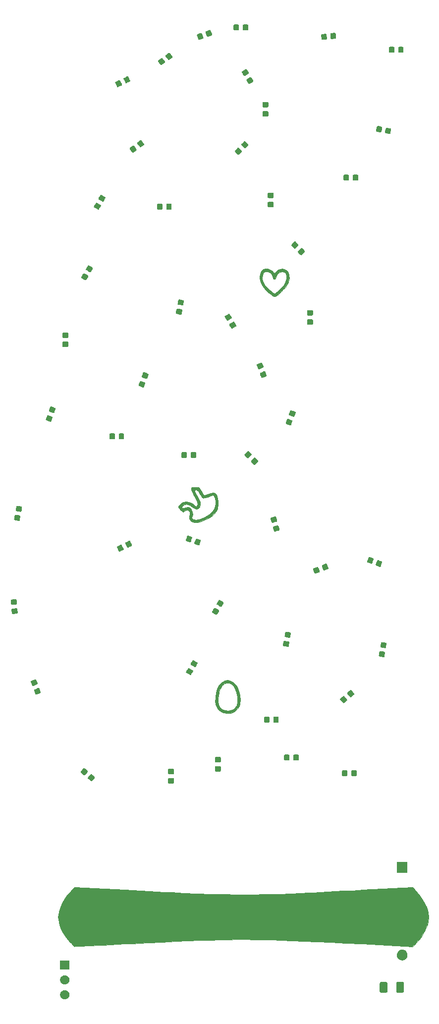
<source format=gts>
G04 #@! TF.GenerationSoftware,KiCad,Pcbnew,(5.1.5)-3*
G04 #@! TF.CreationDate,2020-02-08T22:35:02-06:00*
G04 #@! TF.ProjectId,tymkrs_Cyphercon_2020_coyote,74796d6b-7273-45f4-9379-70686572636f,V0*
G04 #@! TF.SameCoordinates,Original*
G04 #@! TF.FileFunction,Soldermask,Top*
G04 #@! TF.FilePolarity,Negative*
%FSLAX46Y46*%
G04 Gerber Fmt 4.6, Leading zero omitted, Abs format (unit mm)*
G04 Created by KiCad (PCBNEW (5.1.5)-3) date 2020-02-08 22:35:02*
%MOMM*%
%LPD*%
G04 APERTURE LIST*
%ADD10C,0.010000*%
%ADD11C,0.100000*%
G04 APERTURE END LIST*
D10*
G36*
X134095399Y-70989740D02*
G01*
X134440007Y-71234929D01*
X134692357Y-71603426D01*
X134839969Y-72062715D01*
X134870363Y-72580281D01*
X134771057Y-73123609D01*
X134646822Y-73442571D01*
X134464142Y-73741828D01*
X134184206Y-74099383D01*
X133839662Y-74483585D01*
X133463160Y-74862781D01*
X133087351Y-75205320D01*
X132744883Y-75479549D01*
X132468408Y-75653818D01*
X132318225Y-75700000D01*
X132195786Y-75641058D01*
X131963985Y-75484548D01*
X131667101Y-75260939D01*
X131582053Y-75193434D01*
X130843272Y-74528328D01*
X130300719Y-73876759D01*
X129955312Y-73240122D01*
X129807965Y-72619812D01*
X129802196Y-72481509D01*
X129816984Y-72355082D01*
X130239356Y-72355082D01*
X130247799Y-72702173D01*
X130253696Y-72733367D01*
X130437858Y-73239149D01*
X130790740Y-73776731D01*
X131321645Y-74359485D01*
X131509392Y-74538062D01*
X131823186Y-74821067D01*
X132085483Y-75043688D01*
X132260358Y-75176164D01*
X132308427Y-75200000D01*
X132423158Y-75141035D01*
X132642968Y-74986481D01*
X132919115Y-74770721D01*
X133497060Y-74239153D01*
X133945250Y-73700038D01*
X134244797Y-73180113D01*
X134376689Y-72707416D01*
X134384263Y-72147141D01*
X134280413Y-71748119D01*
X134060767Y-71502665D01*
X133720952Y-71403094D01*
X133632857Y-71400000D01*
X133313720Y-71478534D01*
X132998281Y-71679656D01*
X132744118Y-71951646D01*
X132608810Y-72242783D01*
X132600000Y-72327755D01*
X132550430Y-72567724D01*
X132431641Y-72715353D01*
X132288512Y-72728959D01*
X132224815Y-72676233D01*
X132132980Y-72493048D01*
X132054495Y-72229105D01*
X132054195Y-72227703D01*
X131887026Y-71862545D01*
X131592853Y-71588319D01*
X131225017Y-71431597D01*
X130836860Y-71418951D01*
X130596822Y-71501700D01*
X130433921Y-71682862D01*
X130308082Y-71991317D01*
X130239356Y-72355082D01*
X129816984Y-72355082D01*
X129871177Y-71891773D01*
X130067736Y-71428954D01*
X130367170Y-71105563D01*
X130744776Y-70934109D01*
X131175851Y-70927104D01*
X131635692Y-71097057D01*
X132004669Y-71366115D01*
X132230726Y-71563577D01*
X132358464Y-71638745D01*
X132436183Y-71605353D01*
X132496774Y-71506027D01*
X132686795Y-71302175D01*
X132996814Y-71106641D01*
X133349348Y-70959389D01*
X133666915Y-70900382D01*
X133671016Y-70900373D01*
X134095399Y-70989740D01*
G37*
X134095399Y-70989740D02*
X134440007Y-71234929D01*
X134692357Y-71603426D01*
X134839969Y-72062715D01*
X134870363Y-72580281D01*
X134771057Y-73123609D01*
X134646822Y-73442571D01*
X134464142Y-73741828D01*
X134184206Y-74099383D01*
X133839662Y-74483585D01*
X133463160Y-74862781D01*
X133087351Y-75205320D01*
X132744883Y-75479549D01*
X132468408Y-75653818D01*
X132318225Y-75700000D01*
X132195786Y-75641058D01*
X131963985Y-75484548D01*
X131667101Y-75260939D01*
X131582053Y-75193434D01*
X130843272Y-74528328D01*
X130300719Y-73876759D01*
X129955312Y-73240122D01*
X129807965Y-72619812D01*
X129802196Y-72481509D01*
X129816984Y-72355082D01*
X130239356Y-72355082D01*
X130247799Y-72702173D01*
X130253696Y-72733367D01*
X130437858Y-73239149D01*
X130790740Y-73776731D01*
X131321645Y-74359485D01*
X131509392Y-74538062D01*
X131823186Y-74821067D01*
X132085483Y-75043688D01*
X132260358Y-75176164D01*
X132308427Y-75200000D01*
X132423158Y-75141035D01*
X132642968Y-74986481D01*
X132919115Y-74770721D01*
X133497060Y-74239153D01*
X133945250Y-73700038D01*
X134244797Y-73180113D01*
X134376689Y-72707416D01*
X134384263Y-72147141D01*
X134280413Y-71748119D01*
X134060767Y-71502665D01*
X133720952Y-71403094D01*
X133632857Y-71400000D01*
X133313720Y-71478534D01*
X132998281Y-71679656D01*
X132744118Y-71951646D01*
X132608810Y-72242783D01*
X132600000Y-72327755D01*
X132550430Y-72567724D01*
X132431641Y-72715353D01*
X132288512Y-72728959D01*
X132224815Y-72676233D01*
X132132980Y-72493048D01*
X132054495Y-72229105D01*
X132054195Y-72227703D01*
X131887026Y-71862545D01*
X131592853Y-71588319D01*
X131225017Y-71431597D01*
X130836860Y-71418951D01*
X130596822Y-71501700D01*
X130433921Y-71682862D01*
X130308082Y-71991317D01*
X130239356Y-72355082D01*
X129816984Y-72355082D01*
X129871177Y-71891773D01*
X130067736Y-71428954D01*
X130367170Y-71105563D01*
X130744776Y-70934109D01*
X131175851Y-70927104D01*
X131635692Y-71097057D01*
X132004669Y-71366115D01*
X132230726Y-71563577D01*
X132358464Y-71638745D01*
X132436183Y-71605353D01*
X132496774Y-71506027D01*
X132686795Y-71302175D01*
X132996814Y-71106641D01*
X133349348Y-70959389D01*
X133666915Y-70900382D01*
X133671016Y-70900373D01*
X134095399Y-70989740D01*
G36*
X118818778Y-108220194D02*
G01*
X119440146Y-108250000D01*
X119802385Y-108877312D01*
X119993890Y-109199842D01*
X120156124Y-109456827D01*
X120255754Y-109595595D01*
X120259250Y-109599250D01*
X120408687Y-109615649D01*
X120697758Y-109527990D01*
X120897147Y-109442176D01*
X121450682Y-109249087D01*
X121911322Y-109223343D01*
X122272076Y-109364537D01*
X122439568Y-109531750D01*
X122566307Y-109815534D01*
X122653036Y-110235695D01*
X122695691Y-110731868D01*
X122690210Y-111243685D01*
X122632530Y-111710782D01*
X122596448Y-111862684D01*
X122348441Y-112396878D01*
X121920558Y-112907070D01*
X121332768Y-113377035D01*
X120605044Y-113790550D01*
X119836874Y-114104515D01*
X119216604Y-114270960D01*
X118718594Y-114295930D01*
X118322505Y-114178184D01*
X118082048Y-113997433D01*
X117889336Y-113776286D01*
X117819251Y-113574882D01*
X117837090Y-113289490D01*
X117839486Y-113272433D01*
X117888632Y-112870072D01*
X117891747Y-112608612D01*
X117841682Y-112432770D01*
X117731285Y-112287263D01*
X117709150Y-112264705D01*
X117542419Y-112148064D01*
X117354746Y-112147416D01*
X117099772Y-112271535D01*
X116877609Y-112422116D01*
X116757319Y-112473724D01*
X116621511Y-112429531D01*
X116422492Y-112267178D01*
X116302609Y-112152547D01*
X116081337Y-111918241D01*
X115935102Y-111728429D01*
X115900000Y-111649321D01*
X115905567Y-111638640D01*
X116503326Y-111638640D01*
X116519321Y-111783498D01*
X116680490Y-111851085D01*
X116976796Y-111806146D01*
X117091336Y-111765134D01*
X117507842Y-111666257D01*
X117841278Y-111744342D01*
X118110328Y-112004171D01*
X118128004Y-112030464D01*
X118337651Y-112486873D01*
X118355624Y-112917029D01*
X118302954Y-113092868D01*
X118232234Y-113421969D01*
X118320718Y-113654697D01*
X118551326Y-113789146D01*
X118906979Y-113823409D01*
X119370596Y-113755582D01*
X119925098Y-113583757D01*
X120491003Y-113337022D01*
X121195374Y-112930158D01*
X121711921Y-112489433D01*
X122051530Y-112003643D01*
X122203097Y-111575219D01*
X122271790Y-111079282D01*
X122267624Y-110586774D01*
X122196987Y-110152875D01*
X122066269Y-109832767D01*
X121990794Y-109741669D01*
X121868020Y-109645582D01*
X121746103Y-109620407D01*
X121563692Y-109670757D01*
X121271724Y-109795769D01*
X120905849Y-109937546D01*
X120547300Y-110042799D01*
X120384989Y-110073783D01*
X120201611Y-110089059D01*
X120067588Y-110058271D01*
X119944584Y-109948750D01*
X119794264Y-109727827D01*
X119605578Y-109409550D01*
X119380210Y-109043372D01*
X119210601Y-108824991D01*
X119066346Y-108721718D01*
X118945588Y-108700000D01*
X118760849Y-108745882D01*
X118709046Y-108892874D01*
X118791752Y-109154994D01*
X119010544Y-109546259D01*
X119047207Y-109604423D01*
X119355324Y-110111187D01*
X119553108Y-110499443D01*
X119655270Y-110806773D01*
X119676525Y-111070757D01*
X119664370Y-111180818D01*
X119534463Y-111631761D01*
X119324383Y-111900092D01*
X119039933Y-111983775D01*
X118686915Y-111880774D01*
X118338470Y-111645903D01*
X117917719Y-111337354D01*
X117572474Y-111178444D01*
X117260242Y-111157331D01*
X116947001Y-111258125D01*
X116642540Y-111451765D01*
X116503326Y-111638640D01*
X115905567Y-111638640D01*
X115972221Y-111510780D01*
X116154278Y-111304657D01*
X116394257Y-111081006D01*
X116640247Y-110889880D01*
X116768425Y-110811999D01*
X117196007Y-110700601D01*
X117680538Y-110757580D01*
X118186694Y-110973868D01*
X118620216Y-111287263D01*
X118843593Y-111469757D01*
X118977772Y-111527666D01*
X119074703Y-111478102D01*
X119103063Y-111446309D01*
X119216604Y-111158267D01*
X119169485Y-110780082D01*
X118966070Y-110334599D01*
X118858537Y-110166686D01*
X118648445Y-109816732D01*
X118451471Y-109413469D01*
X118287269Y-109007783D01*
X118175491Y-108650557D01*
X118135791Y-108392678D01*
X118146487Y-108323093D01*
X118248930Y-108245649D01*
X118496759Y-108214572D01*
X118818778Y-108220194D01*
G37*
X118818778Y-108220194D02*
X119440146Y-108250000D01*
X119802385Y-108877312D01*
X119993890Y-109199842D01*
X120156124Y-109456827D01*
X120255754Y-109595595D01*
X120259250Y-109599250D01*
X120408687Y-109615649D01*
X120697758Y-109527990D01*
X120897147Y-109442176D01*
X121450682Y-109249087D01*
X121911322Y-109223343D01*
X122272076Y-109364537D01*
X122439568Y-109531750D01*
X122566307Y-109815534D01*
X122653036Y-110235695D01*
X122695691Y-110731868D01*
X122690210Y-111243685D01*
X122632530Y-111710782D01*
X122596448Y-111862684D01*
X122348441Y-112396878D01*
X121920558Y-112907070D01*
X121332768Y-113377035D01*
X120605044Y-113790550D01*
X119836874Y-114104515D01*
X119216604Y-114270960D01*
X118718594Y-114295930D01*
X118322505Y-114178184D01*
X118082048Y-113997433D01*
X117889336Y-113776286D01*
X117819251Y-113574882D01*
X117837090Y-113289490D01*
X117839486Y-113272433D01*
X117888632Y-112870072D01*
X117891747Y-112608612D01*
X117841682Y-112432770D01*
X117731285Y-112287263D01*
X117709150Y-112264705D01*
X117542419Y-112148064D01*
X117354746Y-112147416D01*
X117099772Y-112271535D01*
X116877609Y-112422116D01*
X116757319Y-112473724D01*
X116621511Y-112429531D01*
X116422492Y-112267178D01*
X116302609Y-112152547D01*
X116081337Y-111918241D01*
X115935102Y-111728429D01*
X115900000Y-111649321D01*
X115905567Y-111638640D01*
X116503326Y-111638640D01*
X116519321Y-111783498D01*
X116680490Y-111851085D01*
X116976796Y-111806146D01*
X117091336Y-111765134D01*
X117507842Y-111666257D01*
X117841278Y-111744342D01*
X118110328Y-112004171D01*
X118128004Y-112030464D01*
X118337651Y-112486873D01*
X118355624Y-112917029D01*
X118302954Y-113092868D01*
X118232234Y-113421969D01*
X118320718Y-113654697D01*
X118551326Y-113789146D01*
X118906979Y-113823409D01*
X119370596Y-113755582D01*
X119925098Y-113583757D01*
X120491003Y-113337022D01*
X121195374Y-112930158D01*
X121711921Y-112489433D01*
X122051530Y-112003643D01*
X122203097Y-111575219D01*
X122271790Y-111079282D01*
X122267624Y-110586774D01*
X122196987Y-110152875D01*
X122066269Y-109832767D01*
X121990794Y-109741669D01*
X121868020Y-109645582D01*
X121746103Y-109620407D01*
X121563692Y-109670757D01*
X121271724Y-109795769D01*
X120905849Y-109937546D01*
X120547300Y-110042799D01*
X120384989Y-110073783D01*
X120201611Y-110089059D01*
X120067588Y-110058271D01*
X119944584Y-109948750D01*
X119794264Y-109727827D01*
X119605578Y-109409550D01*
X119380210Y-109043372D01*
X119210601Y-108824991D01*
X119066346Y-108721718D01*
X118945588Y-108700000D01*
X118760849Y-108745882D01*
X118709046Y-108892874D01*
X118791752Y-109154994D01*
X119010544Y-109546259D01*
X119047207Y-109604423D01*
X119355324Y-110111187D01*
X119553108Y-110499443D01*
X119655270Y-110806773D01*
X119676525Y-111070757D01*
X119664370Y-111180818D01*
X119534463Y-111631761D01*
X119324383Y-111900092D01*
X119039933Y-111983775D01*
X118686915Y-111880774D01*
X118338470Y-111645903D01*
X117917719Y-111337354D01*
X117572474Y-111178444D01*
X117260242Y-111157331D01*
X116947001Y-111258125D01*
X116642540Y-111451765D01*
X116503326Y-111638640D01*
X115905567Y-111638640D01*
X115972221Y-111510780D01*
X116154278Y-111304657D01*
X116394257Y-111081006D01*
X116640247Y-110889880D01*
X116768425Y-110811999D01*
X117196007Y-110700601D01*
X117680538Y-110757580D01*
X118186694Y-110973868D01*
X118620216Y-111287263D01*
X118843593Y-111469757D01*
X118977772Y-111527666D01*
X119074703Y-111478102D01*
X119103063Y-111446309D01*
X119216604Y-111158267D01*
X119169485Y-110780082D01*
X118966070Y-110334599D01*
X118858537Y-110166686D01*
X118648445Y-109816732D01*
X118451471Y-109413469D01*
X118287269Y-109007783D01*
X118175491Y-108650557D01*
X118135791Y-108392678D01*
X118146487Y-108323093D01*
X118248930Y-108245649D01*
X118496759Y-108214572D01*
X118818778Y-108220194D01*
G36*
X124906867Y-141322420D02*
G01*
X125369438Y-141603651D01*
X125773491Y-142048309D01*
X125988784Y-142416020D01*
X126261743Y-143104895D01*
X126433854Y-143823847D01*
X126500315Y-144524560D01*
X126456320Y-145158724D01*
X126310413Y-145650000D01*
X125960297Y-146185861D01*
X125488858Y-146580196D01*
X124927781Y-146820272D01*
X124308751Y-146893361D01*
X123663452Y-146786734D01*
X123563726Y-146753518D01*
X123117681Y-146515503D01*
X122713315Y-146161862D01*
X122450751Y-145798682D01*
X122293696Y-145323560D01*
X122234395Y-144729283D01*
X122251285Y-144370347D01*
X122711609Y-144370347D01*
X122712561Y-144907848D01*
X122769468Y-145343887D01*
X122795149Y-145435303D01*
X123026726Y-145840411D01*
X123395203Y-146149049D01*
X123855843Y-146348451D01*
X124363902Y-146425850D01*
X124874641Y-146368479D01*
X125343320Y-146163571D01*
X125344528Y-146162780D01*
X125678550Y-145865929D01*
X125894813Y-145476833D01*
X126000649Y-144970556D01*
X126003393Y-144322158D01*
X125976780Y-144012815D01*
X125841042Y-143271307D01*
X125616629Y-142660415D01*
X125321729Y-142187254D01*
X124974534Y-141858936D01*
X124593234Y-141682576D01*
X124196019Y-141665287D01*
X123801079Y-141814183D01*
X123426605Y-142136377D01*
X123090786Y-142638982D01*
X122991641Y-142845438D01*
X122856432Y-143269504D01*
X122761327Y-143801020D01*
X122711609Y-144370347D01*
X122251285Y-144370347D01*
X122265566Y-144066892D01*
X122379927Y-143387431D01*
X122570195Y-142741941D01*
X122829090Y-142181466D01*
X123004068Y-141920250D01*
X123434379Y-141503532D01*
X123912704Y-141267937D01*
X124412412Y-141209040D01*
X124906867Y-141322420D01*
G37*
X124906867Y-141322420D02*
X125369438Y-141603651D01*
X125773491Y-142048309D01*
X125988784Y-142416020D01*
X126261743Y-143104895D01*
X126433854Y-143823847D01*
X126500315Y-144524560D01*
X126456320Y-145158724D01*
X126310413Y-145650000D01*
X125960297Y-146185861D01*
X125488858Y-146580196D01*
X124927781Y-146820272D01*
X124308751Y-146893361D01*
X123663452Y-146786734D01*
X123563726Y-146753518D01*
X123117681Y-146515503D01*
X122713315Y-146161862D01*
X122450751Y-145798682D01*
X122293696Y-145323560D01*
X122234395Y-144729283D01*
X122251285Y-144370347D01*
X122711609Y-144370347D01*
X122712561Y-144907848D01*
X122769468Y-145343887D01*
X122795149Y-145435303D01*
X123026726Y-145840411D01*
X123395203Y-146149049D01*
X123855843Y-146348451D01*
X124363902Y-146425850D01*
X124874641Y-146368479D01*
X125343320Y-146163571D01*
X125344528Y-146162780D01*
X125678550Y-145865929D01*
X125894813Y-145476833D01*
X126000649Y-144970556D01*
X126003393Y-144322158D01*
X125976780Y-144012815D01*
X125841042Y-143271307D01*
X125616629Y-142660415D01*
X125321729Y-142187254D01*
X124974534Y-141858936D01*
X124593234Y-141682576D01*
X124196019Y-141665287D01*
X123801079Y-141814183D01*
X123426605Y-142136377D01*
X123090786Y-142638982D01*
X122991641Y-142845438D01*
X122856432Y-143269504D01*
X122761327Y-143801020D01*
X122711609Y-144370347D01*
X122251285Y-144370347D01*
X122265566Y-144066892D01*
X122379927Y-143387431D01*
X122570195Y-142741941D01*
X122829090Y-142181466D01*
X123004068Y-141920250D01*
X123434379Y-141503532D01*
X123912704Y-141267937D01*
X124412412Y-141209040D01*
X124906867Y-141322420D01*
G36*
X106750000Y-177042815D02*
G01*
X108133435Y-177115609D01*
X109524670Y-177188749D01*
X110901489Y-177261072D01*
X112241679Y-177331412D01*
X113523023Y-177398606D01*
X114723307Y-177461489D01*
X115820317Y-177518898D01*
X116791837Y-177569668D01*
X117615652Y-177612634D01*
X118269547Y-177646633D01*
X118450000Y-177655984D01*
X119619331Y-177706885D01*
X120954387Y-177748303D01*
X122421117Y-177780236D01*
X123985471Y-177802685D01*
X125613398Y-177815650D01*
X127270849Y-177819131D01*
X128923773Y-177813128D01*
X130538118Y-177797641D01*
X132079836Y-177772670D01*
X133514876Y-177738215D01*
X134809187Y-177694276D01*
X135650000Y-177655984D01*
X136240765Y-177625323D01*
X137009039Y-177585314D01*
X137932607Y-177537120D01*
X138989253Y-177481903D01*
X140156763Y-177420826D01*
X141412920Y-177355052D01*
X142735511Y-177285744D01*
X144102321Y-177214064D01*
X145491133Y-177141177D01*
X146879734Y-177068244D01*
X147350000Y-177043531D01*
X155950000Y-176591520D01*
X156518085Y-177191064D01*
X157279653Y-178090326D01*
X157883695Y-179007672D01*
X158324722Y-179927251D01*
X158597245Y-180833210D01*
X158695777Y-181709698D01*
X158614827Y-182540864D01*
X158506018Y-182932507D01*
X158021063Y-184068461D01*
X157388798Y-185103278D01*
X156702109Y-185928433D01*
X155950000Y-186706867D01*
X147350000Y-186255955D01*
X144587497Y-186113792D01*
X142017333Y-185987145D01*
X139632470Y-185875752D01*
X137425871Y-185779350D01*
X135390497Y-185697677D01*
X133519310Y-185630472D01*
X131805274Y-185577472D01*
X130241350Y-185538416D01*
X128820500Y-185513040D01*
X127535687Y-185501084D01*
X127049999Y-185500000D01*
X125826186Y-185506510D01*
X124469242Y-185526217D01*
X122972140Y-185559380D01*
X121327851Y-185606261D01*
X119529348Y-185667120D01*
X117569603Y-185742219D01*
X115441587Y-185831817D01*
X113138274Y-185936176D01*
X110652635Y-186055556D01*
X107977642Y-186190219D01*
X106774462Y-186252521D01*
X105483984Y-186319840D01*
X104251669Y-186384087D01*
X103092018Y-186444509D01*
X102019533Y-186500351D01*
X101048714Y-186550860D01*
X100194062Y-186595282D01*
X99470079Y-186632863D01*
X98891264Y-186662849D01*
X98472120Y-186684488D01*
X98227146Y-186697024D01*
X98166362Y-186700000D01*
X98087823Y-186632793D01*
X97902002Y-186451553D01*
X97639786Y-186186846D01*
X97433825Y-185975000D01*
X96778273Y-185204059D01*
X96230840Y-184373129D01*
X95808342Y-183517523D01*
X95527599Y-182672557D01*
X95405427Y-181873545D01*
X95401500Y-181707484D01*
X95497296Y-180836784D01*
X95774056Y-179928361D01*
X96221622Y-179003424D01*
X96829837Y-178083179D01*
X97542474Y-177237630D01*
X98150000Y-176590089D01*
X106750000Y-177042815D01*
G37*
X106750000Y-177042815D02*
X108133435Y-177115609D01*
X109524670Y-177188749D01*
X110901489Y-177261072D01*
X112241679Y-177331412D01*
X113523023Y-177398606D01*
X114723307Y-177461489D01*
X115820317Y-177518898D01*
X116791837Y-177569668D01*
X117615652Y-177612634D01*
X118269547Y-177646633D01*
X118450000Y-177655984D01*
X119619331Y-177706885D01*
X120954387Y-177748303D01*
X122421117Y-177780236D01*
X123985471Y-177802685D01*
X125613398Y-177815650D01*
X127270849Y-177819131D01*
X128923773Y-177813128D01*
X130538118Y-177797641D01*
X132079836Y-177772670D01*
X133514876Y-177738215D01*
X134809187Y-177694276D01*
X135650000Y-177655984D01*
X136240765Y-177625323D01*
X137009039Y-177585314D01*
X137932607Y-177537120D01*
X138989253Y-177481903D01*
X140156763Y-177420826D01*
X141412920Y-177355052D01*
X142735511Y-177285744D01*
X144102321Y-177214064D01*
X145491133Y-177141177D01*
X146879734Y-177068244D01*
X147350000Y-177043531D01*
X155950000Y-176591520D01*
X156518085Y-177191064D01*
X157279653Y-178090326D01*
X157883695Y-179007672D01*
X158324722Y-179927251D01*
X158597245Y-180833210D01*
X158695777Y-181709698D01*
X158614827Y-182540864D01*
X158506018Y-182932507D01*
X158021063Y-184068461D01*
X157388798Y-185103278D01*
X156702109Y-185928433D01*
X155950000Y-186706867D01*
X147350000Y-186255955D01*
X144587497Y-186113792D01*
X142017333Y-185987145D01*
X139632470Y-185875752D01*
X137425871Y-185779350D01*
X135390497Y-185697677D01*
X133519310Y-185630472D01*
X131805274Y-185577472D01*
X130241350Y-185538416D01*
X128820500Y-185513040D01*
X127535687Y-185501084D01*
X127049999Y-185500000D01*
X125826186Y-185506510D01*
X124469242Y-185526217D01*
X122972140Y-185559380D01*
X121327851Y-185606261D01*
X119529348Y-185667120D01*
X117569603Y-185742219D01*
X115441587Y-185831817D01*
X113138274Y-185936176D01*
X110652635Y-186055556D01*
X107977642Y-186190219D01*
X106774462Y-186252521D01*
X105483984Y-186319840D01*
X104251669Y-186384087D01*
X103092018Y-186444509D01*
X102019533Y-186500351D01*
X101048714Y-186550860D01*
X100194062Y-186595282D01*
X99470079Y-186632863D01*
X98891264Y-186662849D01*
X98472120Y-186684488D01*
X98227146Y-186697024D01*
X98166362Y-186700000D01*
X98087823Y-186632793D01*
X97902002Y-186451553D01*
X97639786Y-186186846D01*
X97433825Y-185975000D01*
X96778273Y-185204059D01*
X96230840Y-184373129D01*
X95808342Y-183517523D01*
X95527599Y-182672557D01*
X95405427Y-181873545D01*
X95401500Y-181707484D01*
X95497296Y-180836784D01*
X95774056Y-179928361D01*
X96221622Y-179003424D01*
X96829837Y-178083179D01*
X97542474Y-177237630D01*
X98150000Y-176590089D01*
X106750000Y-177042815D01*
D11*
G36*
X96749676Y-194187859D02*
G01*
X96892973Y-194247214D01*
X97021938Y-194333386D01*
X97131614Y-194443062D01*
X97217786Y-194572027D01*
X97277141Y-194715324D01*
X97307400Y-194867447D01*
X97307400Y-195022553D01*
X97277141Y-195174676D01*
X97217786Y-195317973D01*
X97131614Y-195446938D01*
X97021938Y-195556614D01*
X96892973Y-195642786D01*
X96749676Y-195702141D01*
X96597553Y-195732400D01*
X96442447Y-195732400D01*
X96290324Y-195702141D01*
X96147027Y-195642786D01*
X96018062Y-195556614D01*
X95908386Y-195446938D01*
X95822214Y-195317973D01*
X95762859Y-195174676D01*
X95732600Y-195022553D01*
X95732600Y-194867447D01*
X95762859Y-194715324D01*
X95822214Y-194572027D01*
X95908386Y-194443062D01*
X96018062Y-194333386D01*
X96147027Y-194247214D01*
X96290324Y-194187859D01*
X96442447Y-194157600D01*
X96597553Y-194157600D01*
X96749676Y-194187859D01*
G37*
G36*
X154301245Y-192778751D02*
G01*
X154335866Y-192789253D01*
X154367774Y-192806308D01*
X154395741Y-192829259D01*
X154418692Y-192857226D01*
X154435747Y-192889134D01*
X154446249Y-192923755D01*
X154450400Y-192965901D01*
X154450400Y-194384099D01*
X154446249Y-194426245D01*
X154435747Y-194460866D01*
X154418692Y-194492774D01*
X154395741Y-194520741D01*
X154367774Y-194543692D01*
X154335866Y-194560747D01*
X154301245Y-194571249D01*
X154259099Y-194575400D01*
X153340901Y-194575400D01*
X153298755Y-194571249D01*
X153264134Y-194560747D01*
X153232226Y-194543692D01*
X153204259Y-194520741D01*
X153181308Y-194492774D01*
X153164253Y-194460866D01*
X153153751Y-194426245D01*
X153149600Y-194384099D01*
X153149600Y-192965901D01*
X153153751Y-192923755D01*
X153164253Y-192889134D01*
X153181308Y-192857226D01*
X153204259Y-192829259D01*
X153232226Y-192806308D01*
X153264134Y-192789253D01*
X153298755Y-192778751D01*
X153340901Y-192774600D01*
X154259099Y-192774600D01*
X154301245Y-192778751D01*
G37*
G36*
X151501245Y-192778751D02*
G01*
X151535866Y-192789253D01*
X151567774Y-192806308D01*
X151595741Y-192829259D01*
X151618692Y-192857226D01*
X151635747Y-192889134D01*
X151646249Y-192923755D01*
X151650400Y-192965901D01*
X151650400Y-194384099D01*
X151646249Y-194426245D01*
X151635747Y-194460866D01*
X151618692Y-194492774D01*
X151595741Y-194520741D01*
X151567774Y-194543692D01*
X151535866Y-194560747D01*
X151501245Y-194571249D01*
X151459099Y-194575400D01*
X150540901Y-194575400D01*
X150498755Y-194571249D01*
X150464134Y-194560747D01*
X150432226Y-194543692D01*
X150404259Y-194520741D01*
X150381308Y-194492774D01*
X150364253Y-194460866D01*
X150353751Y-194426245D01*
X150349600Y-194384099D01*
X150349600Y-192965901D01*
X150353751Y-192923755D01*
X150364253Y-192889134D01*
X150381308Y-192857226D01*
X150404259Y-192829259D01*
X150432226Y-192806308D01*
X150464134Y-192789253D01*
X150498755Y-192778751D01*
X150540901Y-192774600D01*
X151459099Y-192774600D01*
X151501245Y-192778751D01*
G37*
G36*
X96749676Y-191647859D02*
G01*
X96892973Y-191707214D01*
X97021938Y-191793386D01*
X97131614Y-191903062D01*
X97217786Y-192032027D01*
X97277141Y-192175324D01*
X97307400Y-192327447D01*
X97307400Y-192482553D01*
X97277141Y-192634676D01*
X97217786Y-192777973D01*
X97131614Y-192906938D01*
X97021938Y-193016614D01*
X96892973Y-193102786D01*
X96749676Y-193162141D01*
X96597553Y-193192400D01*
X96442447Y-193192400D01*
X96290324Y-193162141D01*
X96147027Y-193102786D01*
X96018062Y-193016614D01*
X95908386Y-192906938D01*
X95822214Y-192777973D01*
X95762859Y-192634676D01*
X95732600Y-192482553D01*
X95732600Y-192327447D01*
X95762859Y-192175324D01*
X95822214Y-192032027D01*
X95908386Y-191903062D01*
X96018062Y-191793386D01*
X96147027Y-191707214D01*
X96290324Y-191647859D01*
X96442447Y-191617600D01*
X96597553Y-191617600D01*
X96749676Y-191647859D01*
G37*
G36*
X97307400Y-190652400D02*
G01*
X95732600Y-190652400D01*
X95732600Y-189077600D01*
X97307400Y-189077600D01*
X97307400Y-190652400D01*
G37*
G36*
X154444721Y-187283940D02*
G01*
X154542201Y-187324318D01*
X154611130Y-187352869D01*
X154611131Y-187352870D01*
X154760896Y-187452939D01*
X154888261Y-187580304D01*
X154955125Y-187680374D01*
X154988331Y-187730070D01*
X155016882Y-187798999D01*
X155057260Y-187896479D01*
X155092400Y-188073139D01*
X155092400Y-188253261D01*
X155057260Y-188429921D01*
X155016882Y-188527401D01*
X154988331Y-188596330D01*
X154988330Y-188596331D01*
X154888261Y-188746096D01*
X154760896Y-188873461D01*
X154660826Y-188940325D01*
X154611130Y-188973531D01*
X154542201Y-189002082D01*
X154444721Y-189042460D01*
X154268061Y-189077600D01*
X154087939Y-189077600D01*
X153911279Y-189042460D01*
X153813799Y-189002082D01*
X153744870Y-188973531D01*
X153695174Y-188940325D01*
X153595104Y-188873461D01*
X153467739Y-188746096D01*
X153367670Y-188596331D01*
X153367669Y-188596330D01*
X153339118Y-188527401D01*
X153298740Y-188429921D01*
X153263600Y-188253261D01*
X153263600Y-188073139D01*
X153298740Y-187896479D01*
X153339118Y-187798999D01*
X153367669Y-187730070D01*
X153400875Y-187680374D01*
X153467739Y-187580304D01*
X153595104Y-187452939D01*
X153744869Y-187352870D01*
X153744870Y-187352869D01*
X153813799Y-187324318D01*
X153911279Y-187283940D01*
X154087939Y-187248800D01*
X154268061Y-187248800D01*
X154444721Y-187283940D01*
G37*
G36*
X155092400Y-174091600D02*
G01*
X153263600Y-174091600D01*
X153263600Y-172262800D01*
X155092400Y-172262800D01*
X155092400Y-174091600D01*
G37*
G36*
X115045292Y-157935440D02*
G01*
X115076872Y-157945020D01*
X115105978Y-157960578D01*
X115131488Y-157981513D01*
X115152423Y-158007023D01*
X115167981Y-158036129D01*
X115177561Y-158067709D01*
X115181400Y-158106691D01*
X115181400Y-158682311D01*
X115177561Y-158721293D01*
X115167981Y-158752873D01*
X115152423Y-158781979D01*
X115131488Y-158807489D01*
X115105978Y-158828424D01*
X115076872Y-158843982D01*
X115045292Y-158853562D01*
X115006310Y-158857401D01*
X114355690Y-158857401D01*
X114316708Y-158853562D01*
X114285128Y-158843982D01*
X114256022Y-158828424D01*
X114230512Y-158807489D01*
X114209577Y-158781979D01*
X114194019Y-158752873D01*
X114184439Y-158721293D01*
X114180600Y-158682311D01*
X114180600Y-158106691D01*
X114184439Y-158067709D01*
X114194019Y-158036129D01*
X114209577Y-158007023D01*
X114230512Y-157981513D01*
X114256022Y-157960578D01*
X114285128Y-157945020D01*
X114316708Y-157935440D01*
X114355690Y-157931601D01*
X115006310Y-157931601D01*
X115045292Y-157935440D01*
G37*
G36*
X101066463Y-157248999D02*
G01*
X101098754Y-157255789D01*
X101129110Y-157268753D01*
X101161433Y-157290864D01*
X101204608Y-157327092D01*
X101204611Y-157327094D01*
X101309535Y-157415136D01*
X101602388Y-157660868D01*
X101629783Y-157688868D01*
X101647815Y-157716503D01*
X101660113Y-157747132D01*
X101666196Y-157779562D01*
X101665836Y-157812567D01*
X101659046Y-157844858D01*
X101646082Y-157875214D01*
X101623971Y-157907537D01*
X101587743Y-157950711D01*
X101587741Y-157950715D01*
X101540493Y-158007023D01*
X101205758Y-158405945D01*
X101177758Y-158433340D01*
X101150121Y-158451373D01*
X101119496Y-158463669D01*
X101087063Y-158469753D01*
X101054059Y-158469393D01*
X101021768Y-158462603D01*
X100991412Y-158449639D01*
X100959089Y-158427528D01*
X100915914Y-158391300D01*
X100915911Y-158391298D01*
X100643897Y-158163051D01*
X100518134Y-158057524D01*
X100490739Y-158029524D01*
X100472707Y-158001889D01*
X100460409Y-157971260D01*
X100454326Y-157938830D01*
X100454686Y-157905825D01*
X100461476Y-157873534D01*
X100474440Y-157843178D01*
X100496551Y-157810855D01*
X100532779Y-157767681D01*
X100532781Y-157767677D01*
X100706712Y-157560394D01*
X100914764Y-157312447D01*
X100942764Y-157285052D01*
X100970401Y-157267019D01*
X101001026Y-157254723D01*
X101033459Y-157248639D01*
X101066463Y-157248999D01*
G37*
G36*
X146275293Y-156602439D02*
G01*
X146306873Y-156612019D01*
X146335979Y-156627577D01*
X146361489Y-156648512D01*
X146382424Y-156674022D01*
X146397982Y-156703128D01*
X146407562Y-156734708D01*
X146411401Y-156773690D01*
X146411401Y-157424310D01*
X146407562Y-157463292D01*
X146397982Y-157494872D01*
X146382424Y-157523978D01*
X146361489Y-157549488D01*
X146335979Y-157570423D01*
X146306873Y-157585981D01*
X146275293Y-157595561D01*
X146236311Y-157599400D01*
X145660691Y-157599400D01*
X145621709Y-157595561D01*
X145590129Y-157585981D01*
X145561023Y-157570423D01*
X145535513Y-157549488D01*
X145514578Y-157523978D01*
X145499020Y-157494872D01*
X145489440Y-157463292D01*
X145485601Y-157424310D01*
X145485601Y-156773690D01*
X145489440Y-156734708D01*
X145499020Y-156703128D01*
X145514578Y-156674022D01*
X145535513Y-156648512D01*
X145561023Y-156627577D01*
X145590129Y-156612019D01*
X145621709Y-156602439D01*
X145660691Y-156598600D01*
X146236311Y-156598600D01*
X146275293Y-156602439D01*
G37*
G36*
X144700291Y-156602439D02*
G01*
X144731871Y-156612019D01*
X144760977Y-156627577D01*
X144786487Y-156648512D01*
X144807422Y-156674022D01*
X144822980Y-156703128D01*
X144832560Y-156734708D01*
X144836399Y-156773690D01*
X144836399Y-157424310D01*
X144832560Y-157463292D01*
X144822980Y-157494872D01*
X144807422Y-157523978D01*
X144786487Y-157549488D01*
X144760977Y-157570423D01*
X144731871Y-157585981D01*
X144700291Y-157595561D01*
X144661309Y-157599400D01*
X144085689Y-157599400D01*
X144046707Y-157595561D01*
X144015127Y-157585981D01*
X143986021Y-157570423D01*
X143960511Y-157549488D01*
X143939576Y-157523978D01*
X143924018Y-157494872D01*
X143914438Y-157463292D01*
X143910599Y-157424310D01*
X143910599Y-156773690D01*
X143914438Y-156734708D01*
X143924018Y-156703128D01*
X143939576Y-156674022D01*
X143960511Y-156648512D01*
X143986021Y-156627577D01*
X144015127Y-156612019D01*
X144046707Y-156602439D01*
X144085689Y-156598600D01*
X144661309Y-156598600D01*
X144700291Y-156602439D01*
G37*
G36*
X99859941Y-156236607D02*
G01*
X99892232Y-156243397D01*
X99922588Y-156256361D01*
X99954911Y-156278472D01*
X99998086Y-156314700D01*
X99998089Y-156314702D01*
X100064012Y-156370018D01*
X100395866Y-156648476D01*
X100423261Y-156676476D01*
X100441293Y-156704111D01*
X100453591Y-156734740D01*
X100459674Y-156767170D01*
X100459314Y-156800175D01*
X100452524Y-156832466D01*
X100439560Y-156862822D01*
X100417449Y-156895145D01*
X100381221Y-156938319D01*
X100381219Y-156938323D01*
X100320294Y-157010930D01*
X99999236Y-157393553D01*
X99971236Y-157420948D01*
X99943599Y-157438981D01*
X99912974Y-157451277D01*
X99880541Y-157457361D01*
X99847537Y-157457001D01*
X99815246Y-157450211D01*
X99784890Y-157437247D01*
X99752567Y-157415136D01*
X99709392Y-157378908D01*
X99709389Y-157378906D01*
X99578114Y-157268753D01*
X99311612Y-157045132D01*
X99284217Y-157017132D01*
X99266185Y-156989497D01*
X99253887Y-156958868D01*
X99247804Y-156926438D01*
X99248164Y-156893433D01*
X99254954Y-156861142D01*
X99267918Y-156830786D01*
X99290029Y-156798463D01*
X99326257Y-156755289D01*
X99326259Y-156755285D01*
X99504476Y-156542895D01*
X99708242Y-156300055D01*
X99736242Y-156272660D01*
X99763879Y-156254627D01*
X99794504Y-156242331D01*
X99826937Y-156236247D01*
X99859941Y-156236607D01*
G37*
G36*
X115045292Y-156360438D02*
G01*
X115076872Y-156370018D01*
X115105978Y-156385576D01*
X115131488Y-156406511D01*
X115152423Y-156432021D01*
X115167981Y-156461127D01*
X115177561Y-156492707D01*
X115181400Y-156531689D01*
X115181400Y-157107309D01*
X115177561Y-157146291D01*
X115167981Y-157177871D01*
X115152423Y-157206977D01*
X115131488Y-157232487D01*
X115105978Y-157253422D01*
X115076872Y-157268980D01*
X115045292Y-157278560D01*
X115006310Y-157282399D01*
X114355690Y-157282399D01*
X114316708Y-157278560D01*
X114285128Y-157268980D01*
X114256022Y-157253422D01*
X114230512Y-157232487D01*
X114209577Y-157206977D01*
X114194019Y-157177871D01*
X114184439Y-157146291D01*
X114180600Y-157107309D01*
X114180600Y-156531689D01*
X114184439Y-156492707D01*
X114194019Y-156461127D01*
X114209577Y-156432021D01*
X114230512Y-156406511D01*
X114256022Y-156385576D01*
X114285128Y-156370018D01*
X114316708Y-156360438D01*
X114355690Y-156356599D01*
X115006310Y-156356599D01*
X115045292Y-156360438D01*
G37*
G36*
X123046292Y-155903440D02*
G01*
X123077872Y-155913020D01*
X123106978Y-155928578D01*
X123132488Y-155949513D01*
X123153423Y-155975023D01*
X123168981Y-156004129D01*
X123178561Y-156035709D01*
X123182400Y-156074691D01*
X123182400Y-156650311D01*
X123178561Y-156689293D01*
X123168981Y-156720873D01*
X123153423Y-156749979D01*
X123132488Y-156775489D01*
X123106978Y-156796424D01*
X123077872Y-156811982D01*
X123046292Y-156821562D01*
X123007310Y-156825401D01*
X122356690Y-156825401D01*
X122317708Y-156821562D01*
X122286128Y-156811982D01*
X122257022Y-156796424D01*
X122231512Y-156775489D01*
X122210577Y-156749979D01*
X122195019Y-156720873D01*
X122185439Y-156689293D01*
X122181600Y-156650311D01*
X122181600Y-156074691D01*
X122185439Y-156035709D01*
X122195019Y-156004129D01*
X122210577Y-155975023D01*
X122231512Y-155949513D01*
X122257022Y-155928578D01*
X122286128Y-155913020D01*
X122317708Y-155903440D01*
X122356690Y-155899601D01*
X123007310Y-155899601D01*
X123046292Y-155903440D01*
G37*
G36*
X123046292Y-154328438D02*
G01*
X123077872Y-154338018D01*
X123106978Y-154353576D01*
X123132488Y-154374511D01*
X123153423Y-154400021D01*
X123168981Y-154429127D01*
X123178561Y-154460707D01*
X123182400Y-154499689D01*
X123182400Y-155075309D01*
X123178561Y-155114291D01*
X123168981Y-155145871D01*
X123153423Y-155174977D01*
X123132488Y-155200487D01*
X123106978Y-155221422D01*
X123077872Y-155236980D01*
X123046292Y-155246560D01*
X123007310Y-155250399D01*
X122356690Y-155250399D01*
X122317708Y-155246560D01*
X122286128Y-155236980D01*
X122257022Y-155221422D01*
X122231512Y-155200487D01*
X122210577Y-155174977D01*
X122195019Y-155145871D01*
X122185439Y-155114291D01*
X122181600Y-155075309D01*
X122181600Y-154499689D01*
X122185439Y-154460707D01*
X122195019Y-154429127D01*
X122210577Y-154400021D01*
X122231512Y-154374511D01*
X122257022Y-154353576D01*
X122286128Y-154338018D01*
X122317708Y-154328438D01*
X122356690Y-154324599D01*
X123007310Y-154324599D01*
X123046292Y-154328438D01*
G37*
G36*
X136369293Y-153935439D02*
G01*
X136400873Y-153945019D01*
X136429979Y-153960577D01*
X136455489Y-153981512D01*
X136476424Y-154007022D01*
X136491982Y-154036128D01*
X136501562Y-154067708D01*
X136505401Y-154106690D01*
X136505401Y-154757310D01*
X136501562Y-154796292D01*
X136491982Y-154827872D01*
X136476424Y-154856978D01*
X136455489Y-154882488D01*
X136429979Y-154903423D01*
X136400873Y-154918981D01*
X136369293Y-154928561D01*
X136330311Y-154932400D01*
X135754691Y-154932400D01*
X135715709Y-154928561D01*
X135684129Y-154918981D01*
X135655023Y-154903423D01*
X135629513Y-154882488D01*
X135608578Y-154856978D01*
X135593020Y-154827872D01*
X135583440Y-154796292D01*
X135579601Y-154757310D01*
X135579601Y-154106690D01*
X135583440Y-154067708D01*
X135593020Y-154036128D01*
X135608578Y-154007022D01*
X135629513Y-153981512D01*
X135655023Y-153960577D01*
X135684129Y-153945019D01*
X135715709Y-153935439D01*
X135754691Y-153931600D01*
X136330311Y-153931600D01*
X136369293Y-153935439D01*
G37*
G36*
X134794291Y-153935439D02*
G01*
X134825871Y-153945019D01*
X134854977Y-153960577D01*
X134880487Y-153981512D01*
X134901422Y-154007022D01*
X134916980Y-154036128D01*
X134926560Y-154067708D01*
X134930399Y-154106690D01*
X134930399Y-154757310D01*
X134926560Y-154796292D01*
X134916980Y-154827872D01*
X134901422Y-154856978D01*
X134880487Y-154882488D01*
X134854977Y-154903423D01*
X134825871Y-154918981D01*
X134794291Y-154928561D01*
X134755309Y-154932400D01*
X134179689Y-154932400D01*
X134140707Y-154928561D01*
X134109127Y-154918981D01*
X134080021Y-154903423D01*
X134054511Y-154882488D01*
X134033576Y-154856978D01*
X134018018Y-154827872D01*
X134008438Y-154796292D01*
X134004599Y-154757310D01*
X134004599Y-154106690D01*
X134008438Y-154067708D01*
X134018018Y-154036128D01*
X134033576Y-154007022D01*
X134054511Y-153981512D01*
X134080021Y-153960577D01*
X134109127Y-153945019D01*
X134140707Y-153935439D01*
X134179689Y-153931600D01*
X134755309Y-153931600D01*
X134794291Y-153935439D01*
G37*
G36*
X132940293Y-147458439D02*
G01*
X132971873Y-147468019D01*
X133000979Y-147483577D01*
X133026489Y-147504512D01*
X133047424Y-147530022D01*
X133062982Y-147559128D01*
X133072562Y-147590708D01*
X133076401Y-147629690D01*
X133076401Y-148280310D01*
X133072562Y-148319292D01*
X133062982Y-148350872D01*
X133047424Y-148379978D01*
X133026489Y-148405488D01*
X133000979Y-148426423D01*
X132971873Y-148441981D01*
X132940293Y-148451561D01*
X132901311Y-148455400D01*
X132325691Y-148455400D01*
X132286709Y-148451561D01*
X132255129Y-148441981D01*
X132226023Y-148426423D01*
X132200513Y-148405488D01*
X132179578Y-148379978D01*
X132164020Y-148350872D01*
X132154440Y-148319292D01*
X132150601Y-148280310D01*
X132150601Y-147629690D01*
X132154440Y-147590708D01*
X132164020Y-147559128D01*
X132179578Y-147530022D01*
X132200513Y-147504512D01*
X132226023Y-147483577D01*
X132255129Y-147468019D01*
X132286709Y-147458439D01*
X132325691Y-147454600D01*
X132901311Y-147454600D01*
X132940293Y-147458439D01*
G37*
G36*
X131365291Y-147458439D02*
G01*
X131396871Y-147468019D01*
X131425977Y-147483577D01*
X131451487Y-147504512D01*
X131472422Y-147530022D01*
X131487980Y-147559128D01*
X131497560Y-147590708D01*
X131501399Y-147629690D01*
X131501399Y-148280310D01*
X131497560Y-148319292D01*
X131487980Y-148350872D01*
X131472422Y-148379978D01*
X131451487Y-148405488D01*
X131425977Y-148426423D01*
X131396871Y-148441981D01*
X131365291Y-148451561D01*
X131326309Y-148455400D01*
X130750689Y-148455400D01*
X130711707Y-148451561D01*
X130680127Y-148441981D01*
X130651021Y-148426423D01*
X130625511Y-148405488D01*
X130604576Y-148379978D01*
X130589018Y-148350872D01*
X130579438Y-148319292D01*
X130575599Y-148280310D01*
X130575599Y-147629690D01*
X130579438Y-147590708D01*
X130589018Y-147559128D01*
X130604576Y-147530022D01*
X130625511Y-147504512D01*
X130651021Y-147483577D01*
X130680127Y-147468019D01*
X130711707Y-147458439D01*
X130750689Y-147454600D01*
X131326309Y-147454600D01*
X131365291Y-147458439D01*
G37*
G36*
X144235972Y-143919722D02*
G01*
X144266601Y-143932020D01*
X144294236Y-143950052D01*
X144322236Y-143977447D01*
X144583413Y-144288707D01*
X144704219Y-144432677D01*
X144704221Y-144432681D01*
X144740449Y-144475855D01*
X144762560Y-144508178D01*
X144775524Y-144538534D01*
X144782314Y-144570825D01*
X144782674Y-144603829D01*
X144776590Y-144636262D01*
X144764294Y-144666887D01*
X144746261Y-144694524D01*
X144718866Y-144722524D01*
X144442808Y-144954164D01*
X144321089Y-145056298D01*
X144321086Y-145056300D01*
X144277911Y-145092528D01*
X144245588Y-145114639D01*
X144215232Y-145127603D01*
X144182941Y-145134393D01*
X144149936Y-145134753D01*
X144117506Y-145128670D01*
X144086877Y-145116372D01*
X144059242Y-145098340D01*
X144031242Y-145070945D01*
X143692198Y-144666887D01*
X143649259Y-144615715D01*
X143649257Y-144615711D01*
X143613029Y-144572537D01*
X143590918Y-144540214D01*
X143577954Y-144509858D01*
X143571164Y-144477567D01*
X143570804Y-144444563D01*
X143576888Y-144412130D01*
X143589184Y-144381505D01*
X143607217Y-144353868D01*
X143634612Y-144325868D01*
X143940113Y-144069523D01*
X144032389Y-143992094D01*
X144032392Y-143992092D01*
X144075567Y-143955864D01*
X144107890Y-143933753D01*
X144138246Y-143920789D01*
X144170537Y-143913999D01*
X144203542Y-143913639D01*
X144235972Y-143919722D01*
G37*
G36*
X145442494Y-142907330D02*
G01*
X145473123Y-142919628D01*
X145500758Y-142937660D01*
X145528758Y-142965055D01*
X145763040Y-143244262D01*
X145910741Y-143420285D01*
X145910743Y-143420289D01*
X145946971Y-143463463D01*
X145969082Y-143495786D01*
X145982046Y-143526142D01*
X145988836Y-143558433D01*
X145989196Y-143591437D01*
X145983112Y-143623870D01*
X145970816Y-143654495D01*
X145952783Y-143682132D01*
X145925388Y-143710132D01*
X145674336Y-143920789D01*
X145527611Y-144043906D01*
X145527608Y-144043908D01*
X145484433Y-144080136D01*
X145452110Y-144102247D01*
X145421754Y-144115211D01*
X145389463Y-144122001D01*
X145356458Y-144122361D01*
X145324028Y-144116278D01*
X145293399Y-144103980D01*
X145265764Y-144085948D01*
X145237764Y-144058553D01*
X144907349Y-143664779D01*
X144855781Y-143603323D01*
X144855779Y-143603319D01*
X144819551Y-143560145D01*
X144797440Y-143527822D01*
X144784476Y-143497466D01*
X144777686Y-143465175D01*
X144777326Y-143432171D01*
X144783410Y-143399738D01*
X144795706Y-143369113D01*
X144813739Y-143341476D01*
X144841134Y-143313476D01*
X145142426Y-143060663D01*
X145238911Y-142979702D01*
X145238914Y-142979700D01*
X145282089Y-142943472D01*
X145314412Y-142921361D01*
X145344768Y-142908397D01*
X145377059Y-142901607D01*
X145410064Y-142901247D01*
X145442494Y-142907330D01*
G37*
G36*
X92087276Y-142553903D02*
G01*
X92118412Y-142564852D01*
X92146811Y-142581663D01*
X92171381Y-142603690D01*
X92191185Y-142630091D01*
X92208126Y-142665409D01*
X92227401Y-142718368D01*
X92227403Y-142718371D01*
X92319500Y-142971407D01*
X92404999Y-143206312D01*
X92414725Y-143244262D01*
X92416524Y-143277213D01*
X92411860Y-143309879D01*
X92400910Y-143341016D01*
X92384100Y-143369415D01*
X92362074Y-143393984D01*
X92335670Y-143413790D01*
X92300357Y-143430729D01*
X92247395Y-143450005D01*
X92247392Y-143450007D01*
X91826666Y-143603138D01*
X91688973Y-143653254D01*
X91651023Y-143662980D01*
X91618073Y-143664779D01*
X91585406Y-143660115D01*
X91554270Y-143649166D01*
X91525871Y-143632355D01*
X91501301Y-143610328D01*
X91481497Y-143583927D01*
X91464556Y-143548609D01*
X91439493Y-143479748D01*
X91286958Y-143060663D01*
X91267683Y-143007706D01*
X91257957Y-142969756D01*
X91256158Y-142936805D01*
X91260822Y-142904139D01*
X91271772Y-142873002D01*
X91288582Y-142844603D01*
X91310608Y-142820034D01*
X91337012Y-142800228D01*
X91372325Y-142783289D01*
X91425287Y-142764013D01*
X91425290Y-142764011D01*
X91930751Y-142580039D01*
X91930752Y-142580039D01*
X91983709Y-142560764D01*
X92021659Y-142551038D01*
X92054609Y-142549239D01*
X92087276Y-142553903D01*
G37*
G36*
X91548594Y-141073885D02*
G01*
X91579730Y-141084834D01*
X91608129Y-141101645D01*
X91632699Y-141123672D01*
X91652503Y-141150073D01*
X91669444Y-141185391D01*
X91688719Y-141238350D01*
X91688721Y-141238353D01*
X91780818Y-141491389D01*
X91866317Y-141726294D01*
X91876043Y-141764244D01*
X91877842Y-141797195D01*
X91873178Y-141829861D01*
X91862228Y-141860998D01*
X91845418Y-141889397D01*
X91823392Y-141913966D01*
X91796988Y-141933772D01*
X91761675Y-141950711D01*
X91708713Y-141969987D01*
X91708710Y-141969989D01*
X91340766Y-142103909D01*
X91150291Y-142173236D01*
X91112341Y-142182962D01*
X91079391Y-142184761D01*
X91046724Y-142180097D01*
X91015588Y-142169148D01*
X90987189Y-142152337D01*
X90962619Y-142130310D01*
X90942815Y-142103909D01*
X90925874Y-142068591D01*
X90889986Y-141969989D01*
X90748276Y-141580645D01*
X90729001Y-141527688D01*
X90719275Y-141489738D01*
X90717476Y-141456787D01*
X90722140Y-141424121D01*
X90733090Y-141392984D01*
X90749900Y-141364585D01*
X90771926Y-141340016D01*
X90798330Y-141320210D01*
X90833643Y-141303271D01*
X90886605Y-141283995D01*
X90886608Y-141283993D01*
X91392069Y-141100021D01*
X91392070Y-141100021D01*
X91445027Y-141080746D01*
X91482977Y-141071020D01*
X91515927Y-141069221D01*
X91548594Y-141073885D01*
G37*
G36*
X117725151Y-139159798D02*
G01*
X117757295Y-139167293D01*
X117792973Y-139183459D01*
X117841771Y-139211632D01*
X117841781Y-139211637D01*
X118307617Y-139480587D01*
X118307625Y-139480593D01*
X118356426Y-139508768D01*
X118388264Y-139531583D01*
X118410827Y-139555673D01*
X118428253Y-139583696D01*
X118439878Y-139614583D01*
X118445253Y-139647141D01*
X118444173Y-139680124D01*
X118436678Y-139712268D01*
X118420512Y-139747946D01*
X118392339Y-139796744D01*
X118392334Y-139796754D01*
X118160884Y-140197638D01*
X118160878Y-140197646D01*
X118132703Y-140246447D01*
X118109888Y-140278285D01*
X118085798Y-140300848D01*
X118057775Y-140318274D01*
X118026888Y-140329899D01*
X117994330Y-140335274D01*
X117961347Y-140334194D01*
X117929203Y-140326699D01*
X117893525Y-140310533D01*
X117844727Y-140282360D01*
X117844717Y-140282355D01*
X117378881Y-140013405D01*
X117378873Y-140013399D01*
X117330072Y-139985224D01*
X117298234Y-139962409D01*
X117275671Y-139938319D01*
X117258245Y-139910296D01*
X117246620Y-139879409D01*
X117241245Y-139846851D01*
X117242325Y-139813868D01*
X117249820Y-139781724D01*
X117265986Y-139746046D01*
X117294159Y-139697248D01*
X117294164Y-139697238D01*
X117525614Y-139296354D01*
X117525620Y-139296346D01*
X117553795Y-139247545D01*
X117576610Y-139215707D01*
X117600700Y-139193144D01*
X117628723Y-139175718D01*
X117659610Y-139164093D01*
X117692168Y-139158718D01*
X117725151Y-139159798D01*
G37*
G36*
X118512653Y-137795806D02*
G01*
X118544797Y-137803301D01*
X118580475Y-137819467D01*
X118629273Y-137847640D01*
X118629283Y-137847645D01*
X119095119Y-138116595D01*
X119095127Y-138116601D01*
X119143928Y-138144776D01*
X119175766Y-138167591D01*
X119198329Y-138191681D01*
X119215755Y-138219704D01*
X119227380Y-138250591D01*
X119232755Y-138283149D01*
X119231675Y-138316132D01*
X119224180Y-138348276D01*
X119208014Y-138383954D01*
X119179841Y-138432752D01*
X119179836Y-138432762D01*
X118948386Y-138833646D01*
X118948380Y-138833654D01*
X118920205Y-138882455D01*
X118897390Y-138914293D01*
X118873300Y-138936856D01*
X118845277Y-138954282D01*
X118814390Y-138965907D01*
X118781832Y-138971282D01*
X118748849Y-138970202D01*
X118716705Y-138962707D01*
X118681027Y-138946541D01*
X118632229Y-138918368D01*
X118632219Y-138918363D01*
X118166383Y-138649413D01*
X118166375Y-138649407D01*
X118117574Y-138621232D01*
X118085736Y-138598417D01*
X118063173Y-138574327D01*
X118045747Y-138546304D01*
X118034122Y-138515417D01*
X118028747Y-138482859D01*
X118029827Y-138449876D01*
X118037322Y-138417732D01*
X118053488Y-138382054D01*
X118081661Y-138333256D01*
X118081666Y-138333246D01*
X118313116Y-137932362D01*
X118313122Y-137932354D01*
X118341297Y-137883553D01*
X118364112Y-137851715D01*
X118388202Y-137829152D01*
X118416225Y-137811726D01*
X118447112Y-137800101D01*
X118479670Y-137794726D01*
X118512653Y-137795806D01*
G37*
G36*
X150477278Y-136264840D02*
G01*
X150532777Y-136274626D01*
X150532779Y-136274626D01*
X150797643Y-136321329D01*
X151118008Y-136377817D01*
X151155737Y-136388369D01*
X151185167Y-136403283D01*
X151211133Y-136423663D01*
X151232621Y-136448710D01*
X151248806Y-136477463D01*
X151259074Y-136508832D01*
X151263024Y-136541592D01*
X151260035Y-136580654D01*
X151250251Y-136636142D01*
X151250250Y-136636156D01*
X151176988Y-137051643D01*
X151160081Y-137147527D01*
X151149531Y-137185251D01*
X151134613Y-137214687D01*
X151114237Y-137240650D01*
X151089192Y-137262136D01*
X151060435Y-137278323D01*
X151029066Y-137288591D01*
X150996307Y-137292541D01*
X150957244Y-137289552D01*
X150901745Y-137279766D01*
X150901743Y-137279766D01*
X150532660Y-137214687D01*
X150316514Y-137176575D01*
X150278785Y-137166023D01*
X150249355Y-137151109D01*
X150223389Y-137130729D01*
X150201901Y-137105682D01*
X150185716Y-137076929D01*
X150175448Y-137045560D01*
X150171498Y-137012800D01*
X150174487Y-136973738D01*
X150184271Y-136918250D01*
X150184272Y-136918236D01*
X150264654Y-136462369D01*
X150264655Y-136462367D01*
X150274441Y-136406865D01*
X150284991Y-136369141D01*
X150299909Y-136339705D01*
X150320285Y-136313742D01*
X150345330Y-136292256D01*
X150374087Y-136276069D01*
X150405456Y-136265801D01*
X150438215Y-136261851D01*
X150477278Y-136264840D01*
G37*
G36*
X150750774Y-134713766D02*
G01*
X150806273Y-134723552D01*
X150806275Y-134723552D01*
X151071139Y-134770255D01*
X151391504Y-134826743D01*
X151429233Y-134837295D01*
X151458663Y-134852209D01*
X151484629Y-134872589D01*
X151506117Y-134897636D01*
X151522302Y-134926389D01*
X151532570Y-134957758D01*
X151536520Y-134990518D01*
X151533531Y-135029580D01*
X151523747Y-135085068D01*
X151523746Y-135085082D01*
X151446025Y-135525855D01*
X151433577Y-135596453D01*
X151423027Y-135634177D01*
X151408109Y-135663613D01*
X151387733Y-135689576D01*
X151362688Y-135711062D01*
X151333931Y-135727249D01*
X151302562Y-135737517D01*
X151269803Y-135741467D01*
X151230740Y-135738478D01*
X151175241Y-135728692D01*
X151175239Y-135728692D01*
X150806156Y-135663613D01*
X150590010Y-135625501D01*
X150552281Y-135614949D01*
X150522851Y-135600035D01*
X150496885Y-135579655D01*
X150475397Y-135554608D01*
X150459212Y-135525855D01*
X150448944Y-135494486D01*
X150444994Y-135461726D01*
X150447983Y-135422664D01*
X150457767Y-135367176D01*
X150457768Y-135367162D01*
X150538150Y-134911295D01*
X150538151Y-134911293D01*
X150547937Y-134855791D01*
X150558487Y-134818067D01*
X150573405Y-134788631D01*
X150593781Y-134762668D01*
X150618826Y-134741182D01*
X150647583Y-134724995D01*
X150678952Y-134714727D01*
X150711711Y-134710777D01*
X150750774Y-134713766D01*
G37*
G36*
X134116269Y-134502181D02*
G01*
X134171768Y-134511967D01*
X134171770Y-134511967D01*
X134436634Y-134558670D01*
X134756999Y-134615158D01*
X134794728Y-134625710D01*
X134824158Y-134640624D01*
X134850124Y-134661004D01*
X134871612Y-134686051D01*
X134887797Y-134714804D01*
X134898065Y-134746173D01*
X134902015Y-134778933D01*
X134899026Y-134817995D01*
X134889242Y-134873483D01*
X134889241Y-134873497D01*
X134815979Y-135288984D01*
X134799072Y-135384868D01*
X134788522Y-135422592D01*
X134773604Y-135452028D01*
X134753228Y-135477991D01*
X134728183Y-135499477D01*
X134699426Y-135515664D01*
X134668057Y-135525932D01*
X134635298Y-135529882D01*
X134596235Y-135526893D01*
X134540736Y-135517107D01*
X134540734Y-135517107D01*
X134275870Y-135470404D01*
X133955505Y-135413916D01*
X133917776Y-135403364D01*
X133888346Y-135388450D01*
X133862380Y-135368070D01*
X133840892Y-135343023D01*
X133824707Y-135314270D01*
X133814439Y-135282901D01*
X133810489Y-135250141D01*
X133813478Y-135211079D01*
X133823262Y-135155591D01*
X133823263Y-135155577D01*
X133903645Y-134699710D01*
X133903646Y-134699708D01*
X133913432Y-134644206D01*
X133923982Y-134606482D01*
X133938900Y-134577046D01*
X133959276Y-134551083D01*
X133984321Y-134529597D01*
X134013078Y-134513410D01*
X134044447Y-134503142D01*
X134077206Y-134499192D01*
X134116269Y-134502181D01*
G37*
G36*
X134389765Y-132951107D02*
G01*
X134445264Y-132960893D01*
X134445266Y-132960893D01*
X134710130Y-133007596D01*
X135030495Y-133064084D01*
X135068224Y-133074636D01*
X135097654Y-133089550D01*
X135123620Y-133109930D01*
X135145108Y-133134977D01*
X135161293Y-133163730D01*
X135171561Y-133195099D01*
X135175511Y-133227859D01*
X135172522Y-133266921D01*
X135162738Y-133322409D01*
X135162737Y-133322423D01*
X135089475Y-133737910D01*
X135072568Y-133833794D01*
X135062018Y-133871518D01*
X135047100Y-133900954D01*
X135026724Y-133926917D01*
X135001679Y-133948403D01*
X134972922Y-133964590D01*
X134941553Y-133974858D01*
X134908794Y-133978808D01*
X134869731Y-133975819D01*
X134814232Y-133966033D01*
X134814230Y-133966033D01*
X134445147Y-133900954D01*
X134229001Y-133862842D01*
X134191272Y-133852290D01*
X134161842Y-133837376D01*
X134135876Y-133816996D01*
X134114388Y-133791949D01*
X134098203Y-133763196D01*
X134087935Y-133731827D01*
X134083985Y-133699067D01*
X134086974Y-133660005D01*
X134096758Y-133604517D01*
X134096759Y-133604503D01*
X134177141Y-133148636D01*
X134177142Y-133148634D01*
X134186928Y-133093132D01*
X134197478Y-133055408D01*
X134212396Y-133025972D01*
X134232772Y-133000009D01*
X134257817Y-132978523D01*
X134286574Y-132962336D01*
X134317943Y-132952068D01*
X134350702Y-132948118D01*
X134389765Y-132951107D01*
G37*
G36*
X122170151Y-128872798D02*
G01*
X122202295Y-128880293D01*
X122237973Y-128896459D01*
X122286771Y-128924632D01*
X122286781Y-128924637D01*
X122752617Y-129193587D01*
X122752625Y-129193593D01*
X122801426Y-129221768D01*
X122833264Y-129244583D01*
X122855827Y-129268673D01*
X122873253Y-129296696D01*
X122884878Y-129327583D01*
X122890253Y-129360141D01*
X122889173Y-129393124D01*
X122881678Y-129425268D01*
X122865512Y-129460946D01*
X122837339Y-129509744D01*
X122837334Y-129509754D01*
X122605884Y-129910638D01*
X122605878Y-129910646D01*
X122577703Y-129959447D01*
X122554888Y-129991285D01*
X122530798Y-130013848D01*
X122502775Y-130031274D01*
X122471888Y-130042899D01*
X122439330Y-130048274D01*
X122406347Y-130047194D01*
X122374203Y-130039699D01*
X122338525Y-130023533D01*
X122289727Y-129995360D01*
X122289717Y-129995355D01*
X121823881Y-129726405D01*
X121823873Y-129726399D01*
X121775072Y-129698224D01*
X121743234Y-129675409D01*
X121720671Y-129651319D01*
X121703245Y-129623296D01*
X121691620Y-129592409D01*
X121686245Y-129559851D01*
X121687325Y-129526868D01*
X121694820Y-129494724D01*
X121710986Y-129459046D01*
X121739159Y-129410248D01*
X121739164Y-129410238D01*
X121970614Y-129009354D01*
X121970620Y-129009346D01*
X121998795Y-128960545D01*
X122021610Y-128928707D01*
X122045700Y-128906144D01*
X122073723Y-128888718D01*
X122104610Y-128877093D01*
X122137168Y-128871718D01*
X122170151Y-128872798D01*
G37*
G36*
X88275532Y-128946441D02*
G01*
X88307824Y-128953231D01*
X88338180Y-128966195D01*
X88365412Y-128984823D01*
X88388494Y-129008415D01*
X88406527Y-129036051D01*
X88418824Y-129066679D01*
X88426046Y-129105179D01*
X88430958Y-129161321D01*
X88430958Y-129161322D01*
X88468674Y-129592409D01*
X88476214Y-129678598D01*
X88475787Y-129717777D01*
X88468997Y-129750068D01*
X88456033Y-129780424D01*
X88437404Y-129807657D01*
X88413813Y-129830739D01*
X88386178Y-129848771D01*
X88355549Y-129861069D01*
X88317051Y-129868290D01*
X88260906Y-129873202D01*
X87725053Y-129920083D01*
X87725050Y-129920083D01*
X87668916Y-129924994D01*
X87629738Y-129924567D01*
X87597446Y-129917777D01*
X87567090Y-129904813D01*
X87539858Y-129886185D01*
X87516776Y-129862593D01*
X87498743Y-129834957D01*
X87486446Y-129804329D01*
X87479224Y-129765829D01*
X87474312Y-129709686D01*
X87433967Y-129248547D01*
X87433967Y-129248543D01*
X87429056Y-129192410D01*
X87429483Y-129153231D01*
X87436273Y-129120940D01*
X87449237Y-129090584D01*
X87467866Y-129063351D01*
X87491457Y-129040269D01*
X87519092Y-129022237D01*
X87549721Y-129009939D01*
X87588219Y-129002718D01*
X87792761Y-128984823D01*
X88180217Y-128950925D01*
X88180220Y-128950925D01*
X88236354Y-128946014D01*
X88275532Y-128946441D01*
G37*
G36*
X122957653Y-127508806D02*
G01*
X122989797Y-127516301D01*
X123025475Y-127532467D01*
X123074273Y-127560640D01*
X123074283Y-127560645D01*
X123540119Y-127829595D01*
X123540127Y-127829601D01*
X123588928Y-127857776D01*
X123620766Y-127880591D01*
X123643329Y-127904681D01*
X123660755Y-127932704D01*
X123672380Y-127963591D01*
X123677755Y-127996149D01*
X123676675Y-128029132D01*
X123669180Y-128061276D01*
X123653014Y-128096954D01*
X123624841Y-128145752D01*
X123624836Y-128145762D01*
X123393386Y-128546646D01*
X123393380Y-128546654D01*
X123365205Y-128595455D01*
X123342390Y-128627293D01*
X123318300Y-128649856D01*
X123290277Y-128667282D01*
X123259390Y-128678907D01*
X123226832Y-128684282D01*
X123193849Y-128683202D01*
X123161705Y-128675707D01*
X123126027Y-128659541D01*
X123077229Y-128631368D01*
X123077219Y-128631363D01*
X122611383Y-128362413D01*
X122611375Y-128362407D01*
X122562574Y-128334232D01*
X122530736Y-128311417D01*
X122508173Y-128287327D01*
X122490747Y-128259304D01*
X122479122Y-128228417D01*
X122473747Y-128195859D01*
X122474827Y-128162876D01*
X122482322Y-128130732D01*
X122498488Y-128095054D01*
X122526661Y-128046256D01*
X122526666Y-128046246D01*
X122758116Y-127645362D01*
X122758122Y-127645354D01*
X122786297Y-127596553D01*
X122809112Y-127564715D01*
X122833202Y-127542152D01*
X122861225Y-127524726D01*
X122892112Y-127513101D01*
X122924670Y-127507726D01*
X122957653Y-127508806D01*
G37*
G36*
X88138262Y-127377433D02*
G01*
X88170554Y-127384223D01*
X88200910Y-127397187D01*
X88228142Y-127415815D01*
X88251224Y-127439407D01*
X88269257Y-127467043D01*
X88281554Y-127497671D01*
X88288776Y-127536171D01*
X88293688Y-127592313D01*
X88293688Y-127592314D01*
X88323469Y-127932704D01*
X88338944Y-128109590D01*
X88338517Y-128148769D01*
X88331727Y-128181060D01*
X88318763Y-128211416D01*
X88300134Y-128238649D01*
X88276543Y-128261731D01*
X88248908Y-128279763D01*
X88218279Y-128292061D01*
X88179781Y-128299282D01*
X88123636Y-128304194D01*
X87587783Y-128351075D01*
X87587780Y-128351075D01*
X87531646Y-128355986D01*
X87492468Y-128355559D01*
X87460176Y-128348769D01*
X87429820Y-128335805D01*
X87402588Y-128317177D01*
X87379506Y-128293585D01*
X87361473Y-128265949D01*
X87349176Y-128235321D01*
X87341954Y-128196821D01*
X87321549Y-127963591D01*
X87296697Y-127679539D01*
X87296697Y-127679535D01*
X87291786Y-127623402D01*
X87292213Y-127584223D01*
X87299003Y-127551932D01*
X87311967Y-127521576D01*
X87330596Y-127494343D01*
X87354187Y-127471261D01*
X87381822Y-127453229D01*
X87412451Y-127440931D01*
X87450949Y-127433710D01*
X87655491Y-127415815D01*
X88042947Y-127381917D01*
X88042950Y-127381917D01*
X88099084Y-127377006D01*
X88138262Y-127377433D01*
G37*
G36*
X139727171Y-121857740D02*
G01*
X139758308Y-121868690D01*
X139786707Y-121885500D01*
X139811276Y-121907526D01*
X139831082Y-121933930D01*
X139848021Y-121969243D01*
X139867297Y-122022205D01*
X139867299Y-122022208D01*
X140024903Y-122455224D01*
X140070546Y-122580627D01*
X140080272Y-122618577D01*
X140082071Y-122651527D01*
X140077407Y-122684194D01*
X140066458Y-122715330D01*
X140049647Y-122743729D01*
X140027620Y-122768299D01*
X140001219Y-122788103D01*
X139965901Y-122805044D01*
X139912942Y-122824319D01*
X139912939Y-122824321D01*
X139745620Y-122885220D01*
X139424998Y-123001917D01*
X139387048Y-123011643D01*
X139354097Y-123013442D01*
X139321431Y-123008778D01*
X139290294Y-122997828D01*
X139261895Y-122981018D01*
X139237326Y-122958992D01*
X139217520Y-122932588D01*
X139200581Y-122897275D01*
X139167012Y-122805044D01*
X138997331Y-122338849D01*
X138997331Y-122338848D01*
X138978056Y-122285891D01*
X138968330Y-122247941D01*
X138966531Y-122214991D01*
X138971195Y-122182324D01*
X138982144Y-122151188D01*
X138998955Y-122122789D01*
X139020982Y-122098219D01*
X139047383Y-122078415D01*
X139082701Y-122061474D01*
X139135660Y-122042199D01*
X139135663Y-122042197D01*
X139433125Y-121933930D01*
X139623604Y-121864601D01*
X139661554Y-121854875D01*
X139694505Y-121853076D01*
X139727171Y-121857740D01*
G37*
G36*
X141207187Y-121319058D02*
G01*
X141238324Y-121330008D01*
X141266723Y-121346818D01*
X141291292Y-121368844D01*
X141311098Y-121395248D01*
X141328037Y-121430561D01*
X141347313Y-121483523D01*
X141347315Y-121483526D01*
X141482474Y-121854875D01*
X141550562Y-122041945D01*
X141560288Y-122079895D01*
X141562087Y-122112845D01*
X141557423Y-122145512D01*
X141546474Y-122176648D01*
X141529663Y-122205047D01*
X141507636Y-122229617D01*
X141481235Y-122249421D01*
X141445917Y-122266362D01*
X141392958Y-122285637D01*
X141392955Y-122285639D01*
X141225636Y-122346538D01*
X140905014Y-122463235D01*
X140867064Y-122472961D01*
X140834113Y-122474760D01*
X140801447Y-122470096D01*
X140770310Y-122459146D01*
X140741911Y-122442336D01*
X140717342Y-122420310D01*
X140697536Y-122393906D01*
X140680597Y-122358593D01*
X140654136Y-122285891D01*
X140477347Y-121800167D01*
X140477347Y-121800166D01*
X140458072Y-121747209D01*
X140448346Y-121709259D01*
X140446547Y-121676309D01*
X140451211Y-121643642D01*
X140462160Y-121612506D01*
X140478971Y-121584107D01*
X140500998Y-121559537D01*
X140527399Y-121539733D01*
X140562717Y-121522792D01*
X140615676Y-121503517D01*
X140615679Y-121503515D01*
X140914506Y-121394751D01*
X141103620Y-121325919D01*
X141141570Y-121316193D01*
X141174521Y-121314394D01*
X141207187Y-121319058D01*
G37*
G36*
X150081757Y-120721957D02*
G01*
X150119704Y-120731682D01*
X150415930Y-120839500D01*
X150607647Y-120909279D01*
X150607650Y-120909280D01*
X150660609Y-120928556D01*
X150695926Y-120945497D01*
X150722329Y-120965302D01*
X150744355Y-120989871D01*
X150761165Y-121018270D01*
X150772115Y-121049407D01*
X150776779Y-121082073D01*
X150774980Y-121115029D01*
X150765258Y-121152964D01*
X150677074Y-121395248D01*
X150576299Y-121672126D01*
X150542730Y-121764354D01*
X150525789Y-121799673D01*
X150505985Y-121826073D01*
X150481415Y-121848100D01*
X150453016Y-121864911D01*
X150421880Y-121875860D01*
X150389213Y-121880524D01*
X150356261Y-121878725D01*
X150318314Y-121869000D01*
X149983697Y-121747209D01*
X149830371Y-121691403D01*
X149830368Y-121691402D01*
X149777409Y-121672126D01*
X149742092Y-121655185D01*
X149715689Y-121635380D01*
X149693663Y-121610811D01*
X149676853Y-121582412D01*
X149665903Y-121551275D01*
X149661239Y-121518609D01*
X149663038Y-121485653D01*
X149672760Y-121447718D01*
X149809598Y-121071758D01*
X149876011Y-120889290D01*
X149876013Y-120889287D01*
X149895288Y-120836328D01*
X149912229Y-120801009D01*
X149932033Y-120774609D01*
X149956603Y-120752582D01*
X149985002Y-120735771D01*
X150016138Y-120724822D01*
X150048805Y-120720158D01*
X150081757Y-120721957D01*
G37*
G36*
X148601739Y-120183275D02*
G01*
X148639686Y-120193000D01*
X148935912Y-120300818D01*
X149127629Y-120370597D01*
X149127632Y-120370598D01*
X149180591Y-120389874D01*
X149215908Y-120406815D01*
X149242311Y-120426620D01*
X149264337Y-120451189D01*
X149281147Y-120479588D01*
X149292097Y-120510725D01*
X149296761Y-120543391D01*
X149294962Y-120576347D01*
X149285240Y-120614282D01*
X149164750Y-120945325D01*
X149096281Y-121133444D01*
X149062712Y-121225672D01*
X149045771Y-121260991D01*
X149025967Y-121287391D01*
X149001397Y-121309418D01*
X148972998Y-121326229D01*
X148941862Y-121337178D01*
X148909195Y-121341842D01*
X148876243Y-121340043D01*
X148838296Y-121330318D01*
X148517672Y-121213620D01*
X148350353Y-121152721D01*
X148350350Y-121152720D01*
X148297391Y-121133444D01*
X148262074Y-121116503D01*
X148235671Y-121096698D01*
X148213645Y-121072129D01*
X148196835Y-121043730D01*
X148185885Y-121012593D01*
X148181221Y-120979927D01*
X148183020Y-120946971D01*
X148192742Y-120909036D01*
X148329580Y-120533076D01*
X148395993Y-120350608D01*
X148395995Y-120350605D01*
X148415270Y-120297646D01*
X148432211Y-120262327D01*
X148452015Y-120235927D01*
X148476585Y-120213900D01*
X148504984Y-120197089D01*
X148536120Y-120186140D01*
X148568787Y-120181476D01*
X148601739Y-120183275D01*
G37*
G36*
X106166505Y-118057614D02*
G01*
X106198477Y-118065808D01*
X106228230Y-118080080D01*
X106254633Y-118099885D01*
X106276659Y-118124454D01*
X106296611Y-118158159D01*
X106320428Y-118209234D01*
X106320433Y-118209243D01*
X106547759Y-118696745D01*
X106547762Y-118696753D01*
X106571578Y-118747827D01*
X106584573Y-118784780D01*
X106589237Y-118817447D01*
X106587438Y-118850397D01*
X106579244Y-118882370D01*
X106564972Y-118912125D01*
X106545169Y-118938524D01*
X106520598Y-118960550D01*
X106486891Y-118980505D01*
X106435810Y-119004324D01*
X106435809Y-119004325D01*
X106016279Y-119199955D01*
X106016275Y-119199956D01*
X105965198Y-119223774D01*
X105928244Y-119236769D01*
X105895578Y-119241433D01*
X105862627Y-119239634D01*
X105830655Y-119231440D01*
X105800902Y-119217168D01*
X105774499Y-119197363D01*
X105752473Y-119172794D01*
X105732521Y-119139089D01*
X105708704Y-119088014D01*
X105708699Y-119088005D01*
X105481373Y-118600503D01*
X105481370Y-118600495D01*
X105457554Y-118549421D01*
X105444559Y-118512468D01*
X105439895Y-118479801D01*
X105441694Y-118446851D01*
X105449888Y-118414878D01*
X105464160Y-118385123D01*
X105483963Y-118358724D01*
X105508534Y-118336698D01*
X105542241Y-118316743D01*
X105593323Y-118292923D01*
X106012853Y-118097293D01*
X106012857Y-118097292D01*
X106063934Y-118073474D01*
X106100888Y-118060479D01*
X106133554Y-118055815D01*
X106166505Y-118057614D01*
G37*
G36*
X107593939Y-117391990D02*
G01*
X107625911Y-117400184D01*
X107655664Y-117414456D01*
X107682067Y-117434261D01*
X107704093Y-117458830D01*
X107724045Y-117492535D01*
X107747862Y-117543610D01*
X107747867Y-117543619D01*
X107975193Y-118031121D01*
X107975196Y-118031129D01*
X107999012Y-118082203D01*
X108012007Y-118119156D01*
X108016671Y-118151823D01*
X108014872Y-118184773D01*
X108006678Y-118216746D01*
X107992406Y-118246501D01*
X107972603Y-118272900D01*
X107948032Y-118294926D01*
X107914325Y-118314881D01*
X107863244Y-118338700D01*
X107863243Y-118338701D01*
X107443713Y-118534331D01*
X107443709Y-118534332D01*
X107392632Y-118558150D01*
X107355678Y-118571145D01*
X107323012Y-118575809D01*
X107290061Y-118574010D01*
X107258089Y-118565816D01*
X107228336Y-118551544D01*
X107201933Y-118531739D01*
X107179907Y-118507170D01*
X107159955Y-118473465D01*
X107136138Y-118422390D01*
X107136133Y-118422381D01*
X106908807Y-117934879D01*
X106908804Y-117934871D01*
X106884988Y-117883797D01*
X106871993Y-117846844D01*
X106867329Y-117814177D01*
X106869128Y-117781227D01*
X106877322Y-117749254D01*
X106891594Y-117719499D01*
X106911397Y-117693100D01*
X106935968Y-117671074D01*
X106969675Y-117651119D01*
X107020757Y-117627299D01*
X107440287Y-117431669D01*
X107440291Y-117431668D01*
X107491368Y-117407850D01*
X107528322Y-117394855D01*
X107560988Y-117390191D01*
X107593939Y-117391990D01*
G37*
G36*
X119093756Y-117038957D02*
G01*
X119131703Y-117048682D01*
X119427929Y-117156500D01*
X119619646Y-117226279D01*
X119619649Y-117226280D01*
X119672608Y-117245556D01*
X119707925Y-117262497D01*
X119734328Y-117282302D01*
X119756354Y-117306871D01*
X119773164Y-117335270D01*
X119784114Y-117366407D01*
X119788778Y-117399073D01*
X119786979Y-117432029D01*
X119777257Y-117469964D01*
X119675604Y-117749254D01*
X119588298Y-117989126D01*
X119554729Y-118081354D01*
X119537788Y-118116673D01*
X119517984Y-118143073D01*
X119493414Y-118165100D01*
X119465015Y-118181911D01*
X119433879Y-118192860D01*
X119401212Y-118197524D01*
X119368260Y-118195725D01*
X119330313Y-118186000D01*
X118985448Y-118060479D01*
X118842370Y-118008403D01*
X118842367Y-118008402D01*
X118789408Y-117989126D01*
X118754091Y-117972185D01*
X118727688Y-117952380D01*
X118705662Y-117927811D01*
X118688852Y-117899412D01*
X118677902Y-117868275D01*
X118673238Y-117835609D01*
X118675037Y-117802653D01*
X118684759Y-117764718D01*
X118821597Y-117388758D01*
X118888010Y-117206290D01*
X118888012Y-117206287D01*
X118907287Y-117153328D01*
X118924228Y-117118009D01*
X118944032Y-117091609D01*
X118968602Y-117069582D01*
X118997001Y-117052771D01*
X119028137Y-117041822D01*
X119060804Y-117037158D01*
X119093756Y-117038957D01*
G37*
G36*
X117613740Y-116500275D02*
G01*
X117651687Y-116510000D01*
X117947913Y-116617818D01*
X118139630Y-116687597D01*
X118139633Y-116687598D01*
X118192592Y-116706874D01*
X118227909Y-116723815D01*
X118254312Y-116743620D01*
X118276338Y-116768189D01*
X118293148Y-116796588D01*
X118304098Y-116827725D01*
X118308762Y-116860391D01*
X118306963Y-116893347D01*
X118297241Y-116931282D01*
X118176751Y-117262325D01*
X118108282Y-117450444D01*
X118074713Y-117542672D01*
X118057772Y-117577991D01*
X118037968Y-117604391D01*
X118013398Y-117626418D01*
X117984999Y-117643229D01*
X117953863Y-117654178D01*
X117921196Y-117658842D01*
X117888244Y-117657043D01*
X117850297Y-117647318D01*
X117529673Y-117530620D01*
X117362354Y-117469721D01*
X117362351Y-117469720D01*
X117309392Y-117450444D01*
X117274075Y-117433503D01*
X117247672Y-117413698D01*
X117225646Y-117389129D01*
X117208836Y-117360730D01*
X117197886Y-117329593D01*
X117193222Y-117296927D01*
X117195021Y-117263971D01*
X117204743Y-117226036D01*
X117341581Y-116850076D01*
X117407994Y-116667608D01*
X117407996Y-116667605D01*
X117427271Y-116614646D01*
X117444212Y-116579327D01*
X117464016Y-116552927D01*
X117488586Y-116530900D01*
X117516985Y-116514089D01*
X117548121Y-116503140D01*
X117580788Y-116498476D01*
X117613740Y-116500275D01*
G37*
G36*
X132930867Y-114778043D02*
G01*
X132963011Y-114785538D01*
X132993070Y-114799157D01*
X133019892Y-114818378D01*
X133042455Y-114842468D01*
X133059881Y-114870491D01*
X133073677Y-114907148D01*
X133088262Y-114961578D01*
X133088266Y-114961590D01*
X133208073Y-115408717D01*
X133208074Y-115408722D01*
X133222661Y-115463162D01*
X133229041Y-115501803D01*
X133227961Y-115534786D01*
X133220467Y-115566927D01*
X133206846Y-115596988D01*
X133187625Y-115623812D01*
X133163538Y-115646372D01*
X133135511Y-115663801D01*
X133098857Y-115677596D01*
X132890246Y-115733493D01*
X132524842Y-115831403D01*
X132524837Y-115831404D01*
X132470397Y-115845991D01*
X132431756Y-115852371D01*
X132398773Y-115851291D01*
X132366629Y-115843796D01*
X132336570Y-115830177D01*
X132309748Y-115810956D01*
X132287185Y-115786866D01*
X132269759Y-115758843D01*
X132255963Y-115722186D01*
X132241378Y-115667756D01*
X132241374Y-115667744D01*
X132121567Y-115220617D01*
X132121566Y-115220612D01*
X132106979Y-115166172D01*
X132100599Y-115127531D01*
X132101679Y-115094548D01*
X132109173Y-115062407D01*
X132122794Y-115032346D01*
X132142015Y-115005522D01*
X132166102Y-114982962D01*
X132194129Y-114965533D01*
X132230783Y-114951738D01*
X132496289Y-114880596D01*
X132804798Y-114797931D01*
X132804803Y-114797930D01*
X132859243Y-114783343D01*
X132897884Y-114776963D01*
X132930867Y-114778043D01*
G37*
G36*
X132523227Y-113256709D02*
G01*
X132555371Y-113264204D01*
X132585430Y-113277823D01*
X132612252Y-113297044D01*
X132634815Y-113321134D01*
X132652241Y-113349157D01*
X132666037Y-113385814D01*
X132680622Y-113440244D01*
X132680626Y-113440256D01*
X132800433Y-113887383D01*
X132800434Y-113887388D01*
X132815021Y-113941828D01*
X132821401Y-113980469D01*
X132820321Y-114013452D01*
X132812827Y-114045593D01*
X132799206Y-114075654D01*
X132779985Y-114102478D01*
X132755898Y-114125038D01*
X132727871Y-114142467D01*
X132691217Y-114156262D01*
X132482606Y-114212159D01*
X132117202Y-114310069D01*
X132117197Y-114310070D01*
X132062757Y-114324657D01*
X132024116Y-114331037D01*
X131991133Y-114329957D01*
X131958989Y-114322462D01*
X131928930Y-114308843D01*
X131902108Y-114289622D01*
X131879545Y-114265532D01*
X131862119Y-114237509D01*
X131848323Y-114200852D01*
X131833738Y-114146422D01*
X131833734Y-114146410D01*
X131713927Y-113699283D01*
X131713926Y-113699278D01*
X131699339Y-113644838D01*
X131692959Y-113606197D01*
X131694039Y-113573214D01*
X131701533Y-113541073D01*
X131715154Y-113511012D01*
X131734375Y-113484188D01*
X131758462Y-113461628D01*
X131786489Y-113444199D01*
X131823143Y-113430404D01*
X132115262Y-113352131D01*
X132397158Y-113276597D01*
X132397163Y-113276596D01*
X132451603Y-113262009D01*
X132490244Y-113255629D01*
X132523227Y-113256709D01*
G37*
G36*
X88164772Y-112980815D02*
G01*
X88220271Y-112990601D01*
X88220273Y-112990601D01*
X88485137Y-113037303D01*
X88805502Y-113093792D01*
X88843231Y-113104344D01*
X88872661Y-113119258D01*
X88898627Y-113139638D01*
X88920115Y-113164685D01*
X88936300Y-113193438D01*
X88946568Y-113224807D01*
X88950518Y-113257567D01*
X88947529Y-113296629D01*
X88937745Y-113352117D01*
X88937744Y-113352131D01*
X88864482Y-113767618D01*
X88847575Y-113863502D01*
X88837025Y-113901226D01*
X88822107Y-113930662D01*
X88801731Y-113956625D01*
X88776686Y-113978111D01*
X88747929Y-113994298D01*
X88716560Y-114004566D01*
X88683801Y-114008516D01*
X88644738Y-114005527D01*
X88589239Y-113995741D01*
X88589237Y-113995741D01*
X88220154Y-113930662D01*
X88004008Y-113892550D01*
X87966279Y-113881998D01*
X87936849Y-113867084D01*
X87910883Y-113846704D01*
X87889395Y-113821657D01*
X87873210Y-113792904D01*
X87862942Y-113761535D01*
X87858992Y-113728775D01*
X87861981Y-113689713D01*
X87871765Y-113634225D01*
X87871766Y-113634211D01*
X87952148Y-113178344D01*
X87952149Y-113178342D01*
X87961935Y-113122840D01*
X87972485Y-113085116D01*
X87987403Y-113055680D01*
X88007779Y-113029717D01*
X88032824Y-113008231D01*
X88061581Y-112992044D01*
X88092950Y-112981776D01*
X88125709Y-112977826D01*
X88164772Y-112980815D01*
G37*
G36*
X88438268Y-111429743D02*
G01*
X88493767Y-111439529D01*
X88493769Y-111439529D01*
X88758633Y-111486232D01*
X89078998Y-111542720D01*
X89116727Y-111553272D01*
X89146157Y-111568186D01*
X89172123Y-111588566D01*
X89193611Y-111613613D01*
X89209796Y-111642366D01*
X89220064Y-111673735D01*
X89224014Y-111706495D01*
X89221025Y-111745557D01*
X89211241Y-111801045D01*
X89211240Y-111801059D01*
X89137978Y-112216546D01*
X89121071Y-112312430D01*
X89110521Y-112350154D01*
X89095603Y-112379590D01*
X89075227Y-112405553D01*
X89050182Y-112427039D01*
X89021425Y-112443226D01*
X88990056Y-112453494D01*
X88957297Y-112457444D01*
X88918234Y-112454455D01*
X88862735Y-112444669D01*
X88862733Y-112444669D01*
X88493650Y-112379590D01*
X88277504Y-112341478D01*
X88239775Y-112330926D01*
X88210345Y-112316012D01*
X88184379Y-112295632D01*
X88162891Y-112270585D01*
X88146706Y-112241832D01*
X88136438Y-112210463D01*
X88132488Y-112177703D01*
X88135477Y-112138641D01*
X88145261Y-112083153D01*
X88145262Y-112083139D01*
X88225644Y-111627272D01*
X88225645Y-111627270D01*
X88235431Y-111571768D01*
X88245981Y-111534044D01*
X88260899Y-111504608D01*
X88281275Y-111478645D01*
X88306320Y-111457159D01*
X88335077Y-111440972D01*
X88366446Y-111430704D01*
X88399205Y-111426754D01*
X88438268Y-111429743D01*
G37*
G36*
X129013206Y-103200511D02*
G01*
X129044786Y-103210091D01*
X129073892Y-103225649D01*
X129104166Y-103250494D01*
X129144018Y-103290346D01*
X129144024Y-103290351D01*
X129471343Y-103617670D01*
X129471348Y-103617676D01*
X129511200Y-103657528D01*
X129536045Y-103687802D01*
X129551603Y-103716908D01*
X129561183Y-103748488D01*
X129564417Y-103781330D01*
X129561183Y-103814172D01*
X129551603Y-103845752D01*
X129536045Y-103874858D01*
X129511200Y-103905132D01*
X129471348Y-103944984D01*
X129471343Y-103944990D01*
X129090990Y-104325343D01*
X129090984Y-104325348D01*
X129051132Y-104365200D01*
X129020858Y-104390045D01*
X128991752Y-104405603D01*
X128960172Y-104415183D01*
X128927330Y-104418417D01*
X128894488Y-104415183D01*
X128862908Y-104405603D01*
X128833802Y-104390045D01*
X128803528Y-104365200D01*
X128763676Y-104325348D01*
X128763670Y-104325343D01*
X128436351Y-103998024D01*
X128436346Y-103998018D01*
X128396494Y-103958166D01*
X128371649Y-103927892D01*
X128356091Y-103898786D01*
X128346511Y-103867206D01*
X128343277Y-103834364D01*
X128346511Y-103801522D01*
X128356091Y-103769942D01*
X128371649Y-103740836D01*
X128396494Y-103710562D01*
X128436346Y-103670710D01*
X128436351Y-103670704D01*
X128816704Y-103290351D01*
X128816710Y-103290346D01*
X128856562Y-103250494D01*
X128886836Y-103225649D01*
X128915942Y-103210091D01*
X128947522Y-103200511D01*
X128980364Y-103197277D01*
X129013206Y-103200511D01*
G37*
G36*
X127899512Y-102086817D02*
G01*
X127931092Y-102096397D01*
X127960198Y-102111955D01*
X127990472Y-102136800D01*
X128030324Y-102176652D01*
X128030330Y-102176657D01*
X128357649Y-102503976D01*
X128357654Y-102503982D01*
X128397506Y-102543834D01*
X128422351Y-102574108D01*
X128437909Y-102603214D01*
X128447489Y-102634794D01*
X128450723Y-102667636D01*
X128447489Y-102700478D01*
X128437909Y-102732058D01*
X128422351Y-102761164D01*
X128397506Y-102791438D01*
X128357654Y-102831290D01*
X128357649Y-102831296D01*
X127977296Y-103211649D01*
X127977290Y-103211654D01*
X127937438Y-103251506D01*
X127907164Y-103276351D01*
X127878058Y-103291909D01*
X127846478Y-103301489D01*
X127813636Y-103304723D01*
X127780794Y-103301489D01*
X127749214Y-103291909D01*
X127720108Y-103276351D01*
X127689834Y-103251506D01*
X127649982Y-103211654D01*
X127649976Y-103211649D01*
X127322657Y-102884330D01*
X127322652Y-102884324D01*
X127282800Y-102844472D01*
X127257955Y-102814198D01*
X127242397Y-102785092D01*
X127232817Y-102753512D01*
X127229583Y-102720670D01*
X127232817Y-102687828D01*
X127242397Y-102656248D01*
X127257955Y-102627142D01*
X127282800Y-102596868D01*
X127322652Y-102557016D01*
X127322657Y-102557010D01*
X127703010Y-102176657D01*
X127703016Y-102176652D01*
X127742868Y-102136800D01*
X127773142Y-102111955D01*
X127802248Y-102096397D01*
X127833828Y-102086817D01*
X127866670Y-102083583D01*
X127899512Y-102086817D01*
G37*
G36*
X118843292Y-102246439D02*
G01*
X118874872Y-102256019D01*
X118903978Y-102271577D01*
X118929488Y-102292512D01*
X118950423Y-102318022D01*
X118965981Y-102347128D01*
X118975561Y-102378708D01*
X118979400Y-102417690D01*
X118979400Y-103068310D01*
X118975561Y-103107292D01*
X118965981Y-103138872D01*
X118950423Y-103167978D01*
X118929488Y-103193488D01*
X118903978Y-103214423D01*
X118874872Y-103229981D01*
X118843292Y-103239561D01*
X118804310Y-103243400D01*
X118228690Y-103243400D01*
X118189708Y-103239561D01*
X118158128Y-103229981D01*
X118129022Y-103214423D01*
X118103512Y-103193488D01*
X118082577Y-103167978D01*
X118067019Y-103138872D01*
X118057439Y-103107292D01*
X118053600Y-103068310D01*
X118053600Y-102417690D01*
X118057439Y-102378708D01*
X118067019Y-102347128D01*
X118082577Y-102318022D01*
X118103512Y-102292512D01*
X118129022Y-102271577D01*
X118158128Y-102256019D01*
X118189708Y-102246439D01*
X118228690Y-102242600D01*
X118804310Y-102242600D01*
X118843292Y-102246439D01*
G37*
G36*
X117268292Y-102246439D02*
G01*
X117299872Y-102256019D01*
X117328978Y-102271577D01*
X117354488Y-102292512D01*
X117375423Y-102318022D01*
X117390981Y-102347128D01*
X117400561Y-102378708D01*
X117404400Y-102417690D01*
X117404400Y-103068310D01*
X117400561Y-103107292D01*
X117390981Y-103138872D01*
X117375423Y-103167978D01*
X117354488Y-103193488D01*
X117328978Y-103214423D01*
X117299872Y-103229981D01*
X117268292Y-103239561D01*
X117229310Y-103243400D01*
X116653690Y-103243400D01*
X116614708Y-103239561D01*
X116583128Y-103229981D01*
X116554022Y-103214423D01*
X116528512Y-103193488D01*
X116507577Y-103167978D01*
X116492019Y-103138872D01*
X116482439Y-103107292D01*
X116478600Y-103068310D01*
X116478600Y-102417690D01*
X116482439Y-102378708D01*
X116492019Y-102347128D01*
X116507577Y-102318022D01*
X116528512Y-102292512D01*
X116554022Y-102271577D01*
X116583128Y-102256019D01*
X116614708Y-102246439D01*
X116653690Y-102242600D01*
X117229310Y-102242600D01*
X117268292Y-102246439D01*
G37*
G36*
X104949292Y-99071439D02*
G01*
X104980872Y-99081019D01*
X105009978Y-99096577D01*
X105035488Y-99117512D01*
X105056423Y-99143022D01*
X105071981Y-99172128D01*
X105081561Y-99203708D01*
X105085400Y-99242690D01*
X105085400Y-99893310D01*
X105081561Y-99932292D01*
X105071981Y-99963872D01*
X105056423Y-99992978D01*
X105035488Y-100018488D01*
X105009978Y-100039423D01*
X104980872Y-100054981D01*
X104949292Y-100064561D01*
X104910310Y-100068400D01*
X104334690Y-100068400D01*
X104295708Y-100064561D01*
X104264128Y-100054981D01*
X104235022Y-100039423D01*
X104209512Y-100018488D01*
X104188577Y-99992978D01*
X104173019Y-99963872D01*
X104163439Y-99932292D01*
X104159600Y-99893310D01*
X104159600Y-99242690D01*
X104163439Y-99203708D01*
X104173019Y-99172128D01*
X104188577Y-99143022D01*
X104209512Y-99117512D01*
X104235022Y-99096577D01*
X104264128Y-99081019D01*
X104295708Y-99071439D01*
X104334690Y-99067600D01*
X104910310Y-99067600D01*
X104949292Y-99071439D01*
G37*
G36*
X106524292Y-99071439D02*
G01*
X106555872Y-99081019D01*
X106584978Y-99096577D01*
X106610488Y-99117512D01*
X106631423Y-99143022D01*
X106646981Y-99172128D01*
X106656561Y-99203708D01*
X106660400Y-99242690D01*
X106660400Y-99893310D01*
X106656561Y-99932292D01*
X106646981Y-99963872D01*
X106631423Y-99992978D01*
X106610488Y-100018488D01*
X106584978Y-100039423D01*
X106555872Y-100054981D01*
X106524292Y-100064561D01*
X106485310Y-100068400D01*
X105909690Y-100068400D01*
X105870708Y-100064561D01*
X105839128Y-100054981D01*
X105810022Y-100039423D01*
X105784512Y-100018488D01*
X105763577Y-99992978D01*
X105748019Y-99963872D01*
X105738439Y-99932292D01*
X105734600Y-99893310D01*
X105734600Y-99242690D01*
X105738439Y-99203708D01*
X105748019Y-99172128D01*
X105763577Y-99143022D01*
X105784512Y-99117512D01*
X105810022Y-99096577D01*
X105839128Y-99081019D01*
X105870708Y-99071439D01*
X105909690Y-99067600D01*
X106485310Y-99067600D01*
X106524292Y-99071439D01*
G37*
G36*
X134673347Y-96577037D02*
G01*
X134711282Y-96586759D01*
X134932195Y-96667165D01*
X135269710Y-96790010D01*
X135269713Y-96790012D01*
X135322672Y-96809287D01*
X135357991Y-96826228D01*
X135384391Y-96846032D01*
X135406418Y-96870602D01*
X135423229Y-96899001D01*
X135434178Y-96930137D01*
X135438842Y-96962804D01*
X135437043Y-96995756D01*
X135427318Y-97033703D01*
X135341218Y-97270260D01*
X135266333Y-97476006D01*
X135230444Y-97574608D01*
X135213503Y-97609925D01*
X135193698Y-97636328D01*
X135169129Y-97658354D01*
X135140730Y-97675164D01*
X135109593Y-97686114D01*
X135076927Y-97690778D01*
X135043971Y-97688979D01*
X135006036Y-97679257D01*
X134652701Y-97550654D01*
X134447608Y-97476006D01*
X134447605Y-97476004D01*
X134394646Y-97456729D01*
X134359327Y-97439788D01*
X134332927Y-97419984D01*
X134310900Y-97395414D01*
X134294089Y-97367015D01*
X134283140Y-97335879D01*
X134278476Y-97303212D01*
X134280275Y-97270260D01*
X134290000Y-97232313D01*
X134411316Y-96899001D01*
X134467597Y-96744370D01*
X134467598Y-96744367D01*
X134486874Y-96691408D01*
X134503815Y-96656091D01*
X134523620Y-96629688D01*
X134548189Y-96607662D01*
X134576588Y-96590852D01*
X134607725Y-96579902D01*
X134640391Y-96575238D01*
X134673347Y-96577037D01*
G37*
G36*
X93674339Y-95957378D02*
G01*
X93712274Y-95967100D01*
X93917043Y-96041630D01*
X94270702Y-96170351D01*
X94270705Y-96170353D01*
X94323664Y-96189628D01*
X94358983Y-96206569D01*
X94385383Y-96226373D01*
X94407410Y-96250943D01*
X94424221Y-96279342D01*
X94435170Y-96310478D01*
X94439834Y-96343145D01*
X94438035Y-96376097D01*
X94428310Y-96414044D01*
X94342210Y-96650601D01*
X94251800Y-96899001D01*
X94231436Y-96954949D01*
X94214495Y-96990266D01*
X94194690Y-97016669D01*
X94170121Y-97038695D01*
X94141722Y-97055505D01*
X94110585Y-97066455D01*
X94077919Y-97071119D01*
X94044963Y-97069320D01*
X94007028Y-97059598D01*
X93595151Y-96909687D01*
X93448600Y-96856347D01*
X93448597Y-96856345D01*
X93395638Y-96837070D01*
X93360319Y-96820129D01*
X93333919Y-96800325D01*
X93311892Y-96775755D01*
X93295081Y-96747356D01*
X93284132Y-96716220D01*
X93279468Y-96683553D01*
X93281267Y-96650601D01*
X93290992Y-96612654D01*
X93412308Y-96279342D01*
X93468589Y-96124711D01*
X93468590Y-96124708D01*
X93487866Y-96071749D01*
X93504807Y-96036432D01*
X93524612Y-96010029D01*
X93549181Y-95988003D01*
X93577580Y-95971193D01*
X93608717Y-95960243D01*
X93641383Y-95955579D01*
X93674339Y-95957378D01*
G37*
G36*
X135212029Y-95097021D02*
G01*
X135249964Y-95106743D01*
X135470877Y-95187149D01*
X135808392Y-95309994D01*
X135808395Y-95309996D01*
X135861354Y-95329271D01*
X135896673Y-95346212D01*
X135923073Y-95366016D01*
X135945100Y-95390586D01*
X135961911Y-95418985D01*
X135972860Y-95450121D01*
X135977524Y-95482788D01*
X135975725Y-95515740D01*
X135966000Y-95553687D01*
X135879900Y-95790244D01*
X135805015Y-95995990D01*
X135769126Y-96094592D01*
X135752185Y-96129909D01*
X135732380Y-96156312D01*
X135707811Y-96178338D01*
X135679412Y-96195148D01*
X135648275Y-96206098D01*
X135615609Y-96210762D01*
X135582653Y-96208963D01*
X135544718Y-96199241D01*
X135127830Y-96047506D01*
X134986290Y-95995990D01*
X134986287Y-95995988D01*
X134933328Y-95976713D01*
X134898009Y-95959772D01*
X134871609Y-95939968D01*
X134849582Y-95915398D01*
X134832771Y-95886999D01*
X134821822Y-95855863D01*
X134817158Y-95823196D01*
X134818957Y-95790244D01*
X134828682Y-95752297D01*
X134949998Y-95418985D01*
X135006279Y-95264354D01*
X135006280Y-95264351D01*
X135025556Y-95211392D01*
X135042497Y-95176075D01*
X135062302Y-95149672D01*
X135086871Y-95127646D01*
X135115270Y-95110836D01*
X135146407Y-95099886D01*
X135179073Y-95095222D01*
X135212029Y-95097021D01*
G37*
G36*
X94213021Y-94477362D02*
G01*
X94250956Y-94487084D01*
X94471869Y-94567490D01*
X94809384Y-94690335D01*
X94809387Y-94690337D01*
X94862346Y-94709612D01*
X94897665Y-94726553D01*
X94924065Y-94746357D01*
X94946092Y-94770927D01*
X94962903Y-94799326D01*
X94973852Y-94830462D01*
X94978516Y-94863129D01*
X94976717Y-94896081D01*
X94966992Y-94934028D01*
X94880892Y-95170585D01*
X94790482Y-95418985D01*
X94770118Y-95474933D01*
X94753177Y-95510250D01*
X94733372Y-95536653D01*
X94708803Y-95558679D01*
X94680404Y-95575489D01*
X94649267Y-95586439D01*
X94616601Y-95591103D01*
X94583645Y-95589304D01*
X94545710Y-95579582D01*
X94133833Y-95429671D01*
X93987282Y-95376331D01*
X93987279Y-95376329D01*
X93934320Y-95357054D01*
X93899001Y-95340113D01*
X93872601Y-95320309D01*
X93850574Y-95295739D01*
X93833763Y-95267340D01*
X93822814Y-95236204D01*
X93818150Y-95203537D01*
X93819949Y-95170585D01*
X93829674Y-95132638D01*
X93950990Y-94799326D01*
X94007271Y-94644695D01*
X94007272Y-94644692D01*
X94026548Y-94591733D01*
X94043489Y-94556416D01*
X94063294Y-94530013D01*
X94087863Y-94507987D01*
X94116262Y-94491177D01*
X94147399Y-94480227D01*
X94180065Y-94475563D01*
X94213021Y-94477362D01*
G37*
G36*
X109527347Y-90100037D02*
G01*
X109565282Y-90109759D01*
X109786195Y-90190165D01*
X110123710Y-90313010D01*
X110123713Y-90313012D01*
X110176672Y-90332287D01*
X110211991Y-90349228D01*
X110238391Y-90369032D01*
X110260418Y-90393602D01*
X110277229Y-90422001D01*
X110288178Y-90453137D01*
X110292842Y-90485804D01*
X110291043Y-90518756D01*
X110281318Y-90556703D01*
X110195218Y-90793260D01*
X110120333Y-90999006D01*
X110084444Y-91097608D01*
X110067503Y-91132925D01*
X110047698Y-91159328D01*
X110023129Y-91181354D01*
X109994730Y-91198164D01*
X109963593Y-91209114D01*
X109930927Y-91213778D01*
X109897971Y-91211979D01*
X109860036Y-91202257D01*
X109506701Y-91073654D01*
X109301608Y-90999006D01*
X109301605Y-90999004D01*
X109248646Y-90979729D01*
X109213327Y-90962788D01*
X109186927Y-90942984D01*
X109164900Y-90918414D01*
X109148089Y-90890015D01*
X109137140Y-90858879D01*
X109132476Y-90826212D01*
X109134275Y-90793260D01*
X109144000Y-90755313D01*
X109265316Y-90422001D01*
X109321597Y-90267370D01*
X109321598Y-90267367D01*
X109340874Y-90214408D01*
X109357815Y-90179091D01*
X109377620Y-90152688D01*
X109402189Y-90130662D01*
X109430588Y-90113852D01*
X109461725Y-90102902D01*
X109494391Y-90098238D01*
X109527347Y-90100037D01*
G37*
G36*
X110066029Y-88620021D02*
G01*
X110103964Y-88629743D01*
X110391484Y-88734392D01*
X110662392Y-88832994D01*
X110662395Y-88832996D01*
X110715354Y-88852271D01*
X110750673Y-88869212D01*
X110777073Y-88889016D01*
X110799100Y-88913586D01*
X110815911Y-88941985D01*
X110826860Y-88973121D01*
X110831524Y-89005788D01*
X110829725Y-89038740D01*
X110820000Y-89076687D01*
X110733900Y-89313244D01*
X110644775Y-89558114D01*
X110623126Y-89617592D01*
X110606185Y-89652909D01*
X110586380Y-89679312D01*
X110561811Y-89701338D01*
X110533412Y-89718148D01*
X110502275Y-89729098D01*
X110469609Y-89733762D01*
X110436653Y-89731963D01*
X110398718Y-89722241D01*
X110045383Y-89593638D01*
X109840290Y-89518990D01*
X109840287Y-89518988D01*
X109787328Y-89499713D01*
X109752009Y-89482772D01*
X109725609Y-89462968D01*
X109703582Y-89438398D01*
X109686771Y-89409999D01*
X109675822Y-89378863D01*
X109671158Y-89346196D01*
X109672957Y-89313244D01*
X109682682Y-89275297D01*
X109813925Y-88914711D01*
X109860279Y-88787354D01*
X109860280Y-88787351D01*
X109879556Y-88734392D01*
X109896497Y-88699075D01*
X109916302Y-88672672D01*
X109940871Y-88650646D01*
X109969270Y-88633836D01*
X110000407Y-88622886D01*
X110033073Y-88618222D01*
X110066029Y-88620021D01*
G37*
G36*
X130695276Y-88451902D02*
G01*
X130726412Y-88462851D01*
X130754811Y-88479662D01*
X130779381Y-88501689D01*
X130799185Y-88528090D01*
X130816126Y-88563408D01*
X130835401Y-88616367D01*
X130835403Y-88616370D01*
X130927430Y-88869212D01*
X131012999Y-89104311D01*
X131022725Y-89142261D01*
X131024524Y-89175212D01*
X131019860Y-89207878D01*
X131008910Y-89239015D01*
X130992100Y-89267414D01*
X130970074Y-89291983D01*
X130943670Y-89311789D01*
X130908357Y-89328728D01*
X130855395Y-89348004D01*
X130855392Y-89348006D01*
X130434666Y-89501137D01*
X130296973Y-89551253D01*
X130259023Y-89560979D01*
X130226073Y-89562778D01*
X130193406Y-89558114D01*
X130162270Y-89547165D01*
X130133871Y-89530354D01*
X130109301Y-89508327D01*
X130089497Y-89481926D01*
X130072556Y-89446608D01*
X130047899Y-89378863D01*
X129941194Y-89085695D01*
X129875683Y-88905705D01*
X129865957Y-88867755D01*
X129864158Y-88834804D01*
X129868822Y-88802138D01*
X129879772Y-88771001D01*
X129896582Y-88742602D01*
X129918608Y-88718033D01*
X129945012Y-88698227D01*
X129980325Y-88681288D01*
X130033287Y-88662012D01*
X130033290Y-88662010D01*
X130538751Y-88478038D01*
X130538752Y-88478038D01*
X130591709Y-88458763D01*
X130629659Y-88449037D01*
X130662609Y-88447238D01*
X130695276Y-88451902D01*
G37*
G36*
X130156594Y-86971886D02*
G01*
X130187730Y-86982835D01*
X130216129Y-86999646D01*
X130240699Y-87021673D01*
X130260503Y-87048074D01*
X130277444Y-87083392D01*
X130296719Y-87136351D01*
X130296721Y-87136354D01*
X130388818Y-87389390D01*
X130474317Y-87624295D01*
X130484043Y-87662245D01*
X130485842Y-87695196D01*
X130481178Y-87727862D01*
X130470228Y-87758999D01*
X130453418Y-87787398D01*
X130431392Y-87811967D01*
X130404988Y-87831773D01*
X130369675Y-87848712D01*
X130316713Y-87867988D01*
X130316710Y-87867990D01*
X129948766Y-88001910D01*
X129758291Y-88071237D01*
X129720341Y-88080963D01*
X129687391Y-88082762D01*
X129654724Y-88078098D01*
X129623588Y-88067149D01*
X129595189Y-88050338D01*
X129570619Y-88028311D01*
X129550815Y-88001910D01*
X129533874Y-87966592D01*
X129497986Y-87867990D01*
X129356276Y-87478646D01*
X129337001Y-87425689D01*
X129327275Y-87387739D01*
X129325476Y-87354788D01*
X129330140Y-87322122D01*
X129341090Y-87290985D01*
X129357900Y-87262586D01*
X129379926Y-87238017D01*
X129406330Y-87218211D01*
X129441643Y-87201272D01*
X129494605Y-87181996D01*
X129494608Y-87181994D01*
X130000069Y-86998022D01*
X130000070Y-86998022D01*
X130053027Y-86978747D01*
X130090977Y-86969021D01*
X130123927Y-86967222D01*
X130156594Y-86971886D01*
G37*
G36*
X96985892Y-83386439D02*
G01*
X97017472Y-83396019D01*
X97046578Y-83411577D01*
X97072088Y-83432512D01*
X97093023Y-83458022D01*
X97108581Y-83487128D01*
X97118161Y-83518708D01*
X97122000Y-83557690D01*
X97122000Y-84133310D01*
X97118161Y-84172292D01*
X97108581Y-84203872D01*
X97093023Y-84232978D01*
X97072088Y-84258488D01*
X97046578Y-84279423D01*
X97017472Y-84294981D01*
X96985892Y-84304561D01*
X96946910Y-84308400D01*
X96296290Y-84308400D01*
X96257308Y-84304561D01*
X96225728Y-84294981D01*
X96196622Y-84279423D01*
X96171112Y-84258488D01*
X96150177Y-84232978D01*
X96134619Y-84203872D01*
X96125039Y-84172292D01*
X96121200Y-84133310D01*
X96121200Y-83557690D01*
X96125039Y-83518708D01*
X96134619Y-83487128D01*
X96150177Y-83458022D01*
X96171112Y-83432512D01*
X96196622Y-83411577D01*
X96225728Y-83396019D01*
X96257308Y-83386439D01*
X96296290Y-83382600D01*
X96946910Y-83382600D01*
X96985892Y-83386439D01*
G37*
G36*
X96985892Y-81811439D02*
G01*
X97017472Y-81821019D01*
X97046578Y-81836577D01*
X97072088Y-81857512D01*
X97093023Y-81883022D01*
X97108581Y-81912128D01*
X97118161Y-81943708D01*
X97122000Y-81982690D01*
X97122000Y-82558310D01*
X97118161Y-82597292D01*
X97108581Y-82628872D01*
X97093023Y-82657978D01*
X97072088Y-82683488D01*
X97046578Y-82704423D01*
X97017472Y-82719981D01*
X96985892Y-82729561D01*
X96946910Y-82733400D01*
X96296290Y-82733400D01*
X96257308Y-82729561D01*
X96225728Y-82719981D01*
X96196622Y-82704423D01*
X96171112Y-82683488D01*
X96150177Y-82657978D01*
X96134619Y-82628872D01*
X96125039Y-82597292D01*
X96121200Y-82558310D01*
X96121200Y-81982690D01*
X96125039Y-81943708D01*
X96134619Y-81912128D01*
X96150177Y-81883022D01*
X96171112Y-81857512D01*
X96196622Y-81836577D01*
X96225728Y-81821019D01*
X96257308Y-81811439D01*
X96296290Y-81807600D01*
X96946910Y-81807600D01*
X96985892Y-81811439D01*
G37*
G36*
X125418389Y-79982092D02*
G01*
X125449276Y-79993717D01*
X125477299Y-80011143D01*
X125501389Y-80033706D01*
X125524204Y-80065544D01*
X125552379Y-80114345D01*
X125552385Y-80114353D01*
X125783835Y-80515237D01*
X125783840Y-80515247D01*
X125812013Y-80564045D01*
X125828179Y-80599723D01*
X125835674Y-80631867D01*
X125836754Y-80664850D01*
X125831379Y-80697408D01*
X125819754Y-80728295D01*
X125802328Y-80756318D01*
X125779765Y-80780408D01*
X125747927Y-80803223D01*
X125699126Y-80831398D01*
X125699118Y-80831404D01*
X125233282Y-81100354D01*
X125233272Y-81100359D01*
X125184474Y-81128532D01*
X125148796Y-81144698D01*
X125116652Y-81152193D01*
X125083669Y-81153273D01*
X125051111Y-81147898D01*
X125020224Y-81136273D01*
X124992201Y-81118847D01*
X124968111Y-81096284D01*
X124945296Y-81064446D01*
X124917121Y-81015645D01*
X124917115Y-81015637D01*
X124685665Y-80614753D01*
X124685660Y-80614743D01*
X124657487Y-80565945D01*
X124641321Y-80530267D01*
X124633826Y-80498123D01*
X124632746Y-80465140D01*
X124638121Y-80432582D01*
X124649746Y-80401695D01*
X124667172Y-80373672D01*
X124689735Y-80349582D01*
X124721573Y-80326767D01*
X124770374Y-80298592D01*
X124770382Y-80298586D01*
X125236218Y-80029636D01*
X125236228Y-80029631D01*
X125285026Y-80001458D01*
X125320704Y-79985292D01*
X125352848Y-79977797D01*
X125385831Y-79976717D01*
X125418389Y-79982092D01*
G37*
G36*
X138794292Y-79576439D02*
G01*
X138825872Y-79586019D01*
X138854978Y-79601577D01*
X138880488Y-79622512D01*
X138901423Y-79648022D01*
X138916981Y-79677128D01*
X138926561Y-79708708D01*
X138930400Y-79747690D01*
X138930400Y-80323310D01*
X138926561Y-80362292D01*
X138916981Y-80393872D01*
X138901423Y-80422978D01*
X138880488Y-80448488D01*
X138854978Y-80469423D01*
X138825872Y-80484981D01*
X138794292Y-80494561D01*
X138755310Y-80498400D01*
X138104690Y-80498400D01*
X138065708Y-80494561D01*
X138034128Y-80484981D01*
X138005022Y-80469423D01*
X137979512Y-80448488D01*
X137958577Y-80422978D01*
X137943019Y-80393872D01*
X137933439Y-80362292D01*
X137929600Y-80323310D01*
X137929600Y-79747690D01*
X137933439Y-79708708D01*
X137943019Y-79677128D01*
X137958577Y-79648022D01*
X137979512Y-79622512D01*
X138005022Y-79601577D01*
X138034128Y-79586019D01*
X138065708Y-79576439D01*
X138104690Y-79572600D01*
X138755310Y-79572600D01*
X138794292Y-79576439D01*
G37*
G36*
X124630889Y-78618102D02*
G01*
X124661776Y-78629727D01*
X124689799Y-78647153D01*
X124713889Y-78669716D01*
X124736704Y-78701554D01*
X124764879Y-78750355D01*
X124764885Y-78750363D01*
X124996335Y-79151247D01*
X124996340Y-79151257D01*
X125024513Y-79200055D01*
X125040679Y-79235733D01*
X125048174Y-79267877D01*
X125049254Y-79300860D01*
X125043879Y-79333418D01*
X125032254Y-79364305D01*
X125014828Y-79392328D01*
X124992265Y-79416418D01*
X124960427Y-79439233D01*
X124911626Y-79467408D01*
X124911618Y-79467414D01*
X124445782Y-79736364D01*
X124445772Y-79736369D01*
X124396974Y-79764542D01*
X124361296Y-79780708D01*
X124329152Y-79788203D01*
X124296169Y-79789283D01*
X124263611Y-79783908D01*
X124232724Y-79772283D01*
X124204701Y-79754857D01*
X124180611Y-79732294D01*
X124157796Y-79700456D01*
X124129621Y-79651655D01*
X124129615Y-79651647D01*
X123898165Y-79250763D01*
X123898160Y-79250753D01*
X123869987Y-79201955D01*
X123853821Y-79166277D01*
X123846326Y-79134133D01*
X123845246Y-79101150D01*
X123850621Y-79068592D01*
X123862246Y-79037705D01*
X123879672Y-79009682D01*
X123902235Y-78985592D01*
X123934073Y-78962777D01*
X123982874Y-78934602D01*
X123982882Y-78934596D01*
X124448718Y-78665646D01*
X124448728Y-78665641D01*
X124497526Y-78637468D01*
X124533204Y-78621302D01*
X124565348Y-78613807D01*
X124598331Y-78612727D01*
X124630889Y-78618102D01*
G37*
G36*
X138794292Y-78001439D02*
G01*
X138825872Y-78011019D01*
X138854978Y-78026577D01*
X138880488Y-78047512D01*
X138901423Y-78073022D01*
X138916981Y-78102128D01*
X138926561Y-78133708D01*
X138930400Y-78172690D01*
X138930400Y-78748310D01*
X138926561Y-78787292D01*
X138916981Y-78818872D01*
X138901423Y-78847978D01*
X138880488Y-78873488D01*
X138854978Y-78894423D01*
X138825872Y-78909981D01*
X138794292Y-78919561D01*
X138755310Y-78923400D01*
X138104690Y-78923400D01*
X138065708Y-78919561D01*
X138034128Y-78909981D01*
X138005022Y-78894423D01*
X137979512Y-78873488D01*
X137958577Y-78847978D01*
X137943019Y-78818872D01*
X137933439Y-78787292D01*
X137929600Y-78748310D01*
X137929600Y-78172690D01*
X137933439Y-78133708D01*
X137943019Y-78102128D01*
X137958577Y-78073022D01*
X137979512Y-78047512D01*
X138005022Y-78026577D01*
X138034128Y-78011019D01*
X138065708Y-78001439D01*
X138104690Y-77997600D01*
X138755310Y-77997600D01*
X138794292Y-78001439D01*
G37*
G36*
X115828269Y-77733180D02*
G01*
X115883768Y-77742966D01*
X115883770Y-77742966D01*
X116148634Y-77789669D01*
X116468999Y-77846157D01*
X116506728Y-77856709D01*
X116536158Y-77871623D01*
X116562124Y-77892003D01*
X116583612Y-77917050D01*
X116599797Y-77945803D01*
X116610065Y-77977172D01*
X116614015Y-78009932D01*
X116611026Y-78048994D01*
X116601242Y-78104482D01*
X116601241Y-78104496D01*
X116527979Y-78519983D01*
X116511072Y-78615867D01*
X116500522Y-78653591D01*
X116485604Y-78683027D01*
X116465228Y-78708990D01*
X116440183Y-78730476D01*
X116411426Y-78746663D01*
X116380057Y-78756931D01*
X116347298Y-78760881D01*
X116308235Y-78757892D01*
X116252736Y-78748106D01*
X116252734Y-78748106D01*
X115883651Y-78683027D01*
X115667505Y-78644915D01*
X115629776Y-78634363D01*
X115600346Y-78619449D01*
X115574380Y-78599069D01*
X115552892Y-78574022D01*
X115536707Y-78545269D01*
X115526439Y-78513900D01*
X115522489Y-78481140D01*
X115525478Y-78442078D01*
X115535262Y-78386590D01*
X115535263Y-78386576D01*
X115615645Y-77930709D01*
X115615646Y-77930707D01*
X115625432Y-77875205D01*
X115635982Y-77837481D01*
X115650900Y-77808045D01*
X115671276Y-77782082D01*
X115696321Y-77760596D01*
X115725078Y-77744409D01*
X115756447Y-77734141D01*
X115789206Y-77730191D01*
X115828269Y-77733180D01*
G37*
G36*
X116101765Y-76182108D02*
G01*
X116157264Y-76191894D01*
X116157266Y-76191894D01*
X116422130Y-76238596D01*
X116742495Y-76295085D01*
X116780224Y-76305637D01*
X116809654Y-76320551D01*
X116835620Y-76340931D01*
X116857108Y-76365978D01*
X116873293Y-76394731D01*
X116883561Y-76426100D01*
X116887511Y-76458860D01*
X116884522Y-76497922D01*
X116874738Y-76553410D01*
X116874737Y-76553424D01*
X116801475Y-76968911D01*
X116784568Y-77064795D01*
X116774018Y-77102519D01*
X116759100Y-77131955D01*
X116738724Y-77157918D01*
X116713679Y-77179404D01*
X116684922Y-77195591D01*
X116653553Y-77205859D01*
X116620794Y-77209809D01*
X116581731Y-77206820D01*
X116526232Y-77197034D01*
X116526230Y-77197034D01*
X116157147Y-77131955D01*
X115941001Y-77093843D01*
X115903272Y-77083291D01*
X115873842Y-77068377D01*
X115847876Y-77047997D01*
X115826388Y-77022950D01*
X115810203Y-76994197D01*
X115799935Y-76962828D01*
X115795985Y-76930068D01*
X115798974Y-76891006D01*
X115808758Y-76835518D01*
X115808759Y-76835504D01*
X115889141Y-76379637D01*
X115889142Y-76379635D01*
X115898928Y-76324133D01*
X115909478Y-76286409D01*
X115924396Y-76256973D01*
X115944772Y-76231010D01*
X115969817Y-76209524D01*
X115998574Y-76193337D01*
X116029943Y-76183069D01*
X116062702Y-76179119D01*
X116101765Y-76182108D01*
G37*
G36*
X99818152Y-71722797D02*
G01*
X99850296Y-71730292D01*
X99885974Y-71746458D01*
X99934772Y-71774631D01*
X99934782Y-71774636D01*
X100400618Y-72043586D01*
X100400626Y-72043592D01*
X100449427Y-72071767D01*
X100481265Y-72094582D01*
X100503828Y-72118672D01*
X100521254Y-72146695D01*
X100532879Y-72177582D01*
X100538254Y-72210140D01*
X100537174Y-72243123D01*
X100529679Y-72275267D01*
X100513513Y-72310945D01*
X100485340Y-72359743D01*
X100485335Y-72359753D01*
X100253885Y-72760637D01*
X100253879Y-72760645D01*
X100225704Y-72809446D01*
X100202889Y-72841284D01*
X100178799Y-72863847D01*
X100150776Y-72881273D01*
X100119889Y-72892898D01*
X100087331Y-72898273D01*
X100054348Y-72897193D01*
X100022204Y-72889698D01*
X99986526Y-72873532D01*
X99937728Y-72845359D01*
X99937718Y-72845354D01*
X99471882Y-72576404D01*
X99471874Y-72576398D01*
X99423073Y-72548223D01*
X99391235Y-72525408D01*
X99368672Y-72501318D01*
X99351246Y-72473295D01*
X99339621Y-72442408D01*
X99334246Y-72409850D01*
X99335326Y-72376867D01*
X99342821Y-72344723D01*
X99358987Y-72309045D01*
X99387160Y-72260247D01*
X99387165Y-72260237D01*
X99618615Y-71859353D01*
X99618621Y-71859345D01*
X99646796Y-71810544D01*
X99669611Y-71778706D01*
X99693701Y-71756143D01*
X99721724Y-71738717D01*
X99752611Y-71727092D01*
X99785169Y-71721717D01*
X99818152Y-71722797D01*
G37*
G36*
X100605652Y-70358807D02*
G01*
X100637796Y-70366302D01*
X100673474Y-70382468D01*
X100722272Y-70410641D01*
X100722282Y-70410646D01*
X101188118Y-70679596D01*
X101188126Y-70679602D01*
X101236927Y-70707777D01*
X101268765Y-70730592D01*
X101291328Y-70754682D01*
X101308754Y-70782705D01*
X101320379Y-70813592D01*
X101325754Y-70846150D01*
X101324674Y-70879133D01*
X101317179Y-70911277D01*
X101301013Y-70946955D01*
X101272840Y-70995753D01*
X101272835Y-70995763D01*
X101041385Y-71396647D01*
X101041379Y-71396655D01*
X101013204Y-71445456D01*
X100990389Y-71477294D01*
X100966299Y-71499857D01*
X100938276Y-71517283D01*
X100907389Y-71528908D01*
X100874831Y-71534283D01*
X100841848Y-71533203D01*
X100809704Y-71525708D01*
X100774026Y-71509542D01*
X100725228Y-71481369D01*
X100725218Y-71481364D01*
X100259382Y-71212414D01*
X100259374Y-71212408D01*
X100210573Y-71184233D01*
X100178735Y-71161418D01*
X100156172Y-71137328D01*
X100138746Y-71109305D01*
X100127121Y-71078418D01*
X100121746Y-71045860D01*
X100122826Y-71012877D01*
X100130321Y-70980733D01*
X100146487Y-70945055D01*
X100174660Y-70896257D01*
X100174665Y-70896247D01*
X100406115Y-70495363D01*
X100406121Y-70495355D01*
X100434296Y-70446554D01*
X100457111Y-70414716D01*
X100481201Y-70392153D01*
X100509224Y-70374727D01*
X100540111Y-70363102D01*
X100572669Y-70357727D01*
X100605652Y-70358807D01*
G37*
G36*
X137014206Y-67386511D02*
G01*
X137045786Y-67396091D01*
X137074892Y-67411649D01*
X137105166Y-67436494D01*
X137145018Y-67476346D01*
X137145024Y-67476351D01*
X137472343Y-67803670D01*
X137472348Y-67803676D01*
X137512200Y-67843528D01*
X137537045Y-67873802D01*
X137552603Y-67902908D01*
X137562183Y-67934488D01*
X137565417Y-67967330D01*
X137562183Y-68000172D01*
X137552603Y-68031752D01*
X137537045Y-68060858D01*
X137512200Y-68091132D01*
X137472348Y-68130984D01*
X137472343Y-68130990D01*
X137091990Y-68511343D01*
X137091984Y-68511348D01*
X137052132Y-68551200D01*
X137021858Y-68576045D01*
X136992752Y-68591603D01*
X136961172Y-68601183D01*
X136928330Y-68604417D01*
X136895488Y-68601183D01*
X136863908Y-68591603D01*
X136834802Y-68576045D01*
X136804528Y-68551200D01*
X136764676Y-68511348D01*
X136764670Y-68511343D01*
X136437351Y-68184024D01*
X136437346Y-68184018D01*
X136397494Y-68144166D01*
X136372649Y-68113892D01*
X136357091Y-68084786D01*
X136347511Y-68053206D01*
X136344277Y-68020364D01*
X136347511Y-67987522D01*
X136357091Y-67955942D01*
X136372649Y-67926836D01*
X136397494Y-67896562D01*
X136437346Y-67856710D01*
X136437351Y-67856704D01*
X136817704Y-67476351D01*
X136817710Y-67476346D01*
X136857562Y-67436494D01*
X136887836Y-67411649D01*
X136916942Y-67396091D01*
X136948522Y-67386511D01*
X136981364Y-67383277D01*
X137014206Y-67386511D01*
G37*
G36*
X135900512Y-66272817D02*
G01*
X135932092Y-66282397D01*
X135961198Y-66297955D01*
X135991472Y-66322800D01*
X136031324Y-66362652D01*
X136031330Y-66362657D01*
X136358649Y-66689976D01*
X136358654Y-66689982D01*
X136398506Y-66729834D01*
X136423351Y-66760108D01*
X136438909Y-66789214D01*
X136448489Y-66820794D01*
X136451723Y-66853636D01*
X136448489Y-66886478D01*
X136438909Y-66918058D01*
X136423351Y-66947164D01*
X136398506Y-66977438D01*
X136358654Y-67017290D01*
X136358649Y-67017296D01*
X135978296Y-67397649D01*
X135978290Y-67397654D01*
X135938438Y-67437506D01*
X135908164Y-67462351D01*
X135879058Y-67477909D01*
X135847478Y-67487489D01*
X135814636Y-67490723D01*
X135781794Y-67487489D01*
X135750214Y-67477909D01*
X135721108Y-67462351D01*
X135690834Y-67437506D01*
X135650982Y-67397654D01*
X135650976Y-67397649D01*
X135323657Y-67070330D01*
X135323652Y-67070324D01*
X135283800Y-67030472D01*
X135258955Y-67000198D01*
X135243397Y-66971092D01*
X135233817Y-66939512D01*
X135230583Y-66906670D01*
X135233817Y-66873828D01*
X135243397Y-66842248D01*
X135258955Y-66813142D01*
X135283800Y-66782868D01*
X135323652Y-66743016D01*
X135323657Y-66743010D01*
X135704010Y-66362657D01*
X135704016Y-66362652D01*
X135743868Y-66322800D01*
X135774142Y-66297955D01*
X135803248Y-66282397D01*
X135834828Y-66272817D01*
X135867670Y-66269583D01*
X135900512Y-66272817D01*
G37*
G36*
X101977152Y-59657797D02*
G01*
X102009296Y-59665292D01*
X102044974Y-59681458D01*
X102093772Y-59709631D01*
X102093782Y-59709636D01*
X102559618Y-59978586D01*
X102559626Y-59978592D01*
X102608427Y-60006767D01*
X102640265Y-60029582D01*
X102662828Y-60053672D01*
X102680254Y-60081695D01*
X102691879Y-60112582D01*
X102697254Y-60145140D01*
X102696174Y-60178123D01*
X102688679Y-60210267D01*
X102672513Y-60245945D01*
X102644340Y-60294743D01*
X102644335Y-60294753D01*
X102412885Y-60695637D01*
X102412879Y-60695645D01*
X102384704Y-60744446D01*
X102361889Y-60776284D01*
X102337799Y-60798847D01*
X102309776Y-60816273D01*
X102278889Y-60827898D01*
X102246331Y-60833273D01*
X102213348Y-60832193D01*
X102181204Y-60824698D01*
X102145526Y-60808532D01*
X102096728Y-60780359D01*
X102096718Y-60780354D01*
X101630882Y-60511404D01*
X101630874Y-60511398D01*
X101582073Y-60483223D01*
X101550235Y-60460408D01*
X101527672Y-60436318D01*
X101510246Y-60408295D01*
X101498621Y-60377408D01*
X101493246Y-60344850D01*
X101494326Y-60311867D01*
X101501821Y-60279723D01*
X101517987Y-60244045D01*
X101546160Y-60195247D01*
X101546165Y-60195237D01*
X101777615Y-59794353D01*
X101777621Y-59794345D01*
X101805796Y-59745544D01*
X101828611Y-59713706D01*
X101852701Y-59691143D01*
X101880724Y-59673717D01*
X101911611Y-59662092D01*
X101944169Y-59656717D01*
X101977152Y-59657797D01*
G37*
G36*
X113077292Y-59828439D02*
G01*
X113108872Y-59838019D01*
X113137978Y-59853577D01*
X113163488Y-59874512D01*
X113184423Y-59900022D01*
X113199981Y-59929128D01*
X113209561Y-59960708D01*
X113213400Y-59999690D01*
X113213400Y-60650310D01*
X113209561Y-60689292D01*
X113199981Y-60720872D01*
X113184423Y-60749978D01*
X113163488Y-60775488D01*
X113137978Y-60796423D01*
X113108872Y-60811981D01*
X113077292Y-60821561D01*
X113038310Y-60825400D01*
X112462690Y-60825400D01*
X112423708Y-60821561D01*
X112392128Y-60811981D01*
X112363022Y-60796423D01*
X112337512Y-60775488D01*
X112316577Y-60749978D01*
X112301019Y-60720872D01*
X112291439Y-60689292D01*
X112287600Y-60650310D01*
X112287600Y-59999690D01*
X112291439Y-59960708D01*
X112301019Y-59929128D01*
X112316577Y-59900022D01*
X112337512Y-59874512D01*
X112363022Y-59853577D01*
X112392128Y-59838019D01*
X112423708Y-59828439D01*
X112462690Y-59824600D01*
X113038310Y-59824600D01*
X113077292Y-59828439D01*
G37*
G36*
X114652292Y-59828439D02*
G01*
X114683872Y-59838019D01*
X114712978Y-59853577D01*
X114738488Y-59874512D01*
X114759423Y-59900022D01*
X114774981Y-59929128D01*
X114784561Y-59960708D01*
X114788400Y-59999690D01*
X114788400Y-60650310D01*
X114784561Y-60689292D01*
X114774981Y-60720872D01*
X114759423Y-60749978D01*
X114738488Y-60775488D01*
X114712978Y-60796423D01*
X114683872Y-60811981D01*
X114652292Y-60821561D01*
X114613310Y-60825400D01*
X114037690Y-60825400D01*
X113998708Y-60821561D01*
X113967128Y-60811981D01*
X113938022Y-60796423D01*
X113912512Y-60775488D01*
X113891577Y-60749978D01*
X113876019Y-60720872D01*
X113866439Y-60689292D01*
X113862600Y-60650310D01*
X113862600Y-59999690D01*
X113866439Y-59960708D01*
X113876019Y-59929128D01*
X113891577Y-59900022D01*
X113912512Y-59874512D01*
X113938022Y-59853577D01*
X113967128Y-59838019D01*
X113998708Y-59828439D01*
X114037690Y-59824600D01*
X114613310Y-59824600D01*
X114652292Y-59828439D01*
G37*
G36*
X132063292Y-59510439D02*
G01*
X132094872Y-59520019D01*
X132123978Y-59535577D01*
X132149488Y-59556512D01*
X132170423Y-59582022D01*
X132185981Y-59611128D01*
X132195561Y-59642708D01*
X132199400Y-59681690D01*
X132199400Y-60257310D01*
X132195561Y-60296292D01*
X132185981Y-60327872D01*
X132170423Y-60356978D01*
X132149488Y-60382488D01*
X132123978Y-60403423D01*
X132094872Y-60418981D01*
X132063292Y-60428561D01*
X132024310Y-60432400D01*
X131373690Y-60432400D01*
X131334708Y-60428561D01*
X131303128Y-60418981D01*
X131274022Y-60403423D01*
X131248512Y-60382488D01*
X131227577Y-60356978D01*
X131212019Y-60327872D01*
X131202439Y-60296292D01*
X131198600Y-60257310D01*
X131198600Y-59681690D01*
X131202439Y-59642708D01*
X131212019Y-59611128D01*
X131227577Y-59582022D01*
X131248512Y-59556512D01*
X131274022Y-59535577D01*
X131303128Y-59520019D01*
X131334708Y-59510439D01*
X131373690Y-59506600D01*
X132024310Y-59506600D01*
X132063292Y-59510439D01*
G37*
G36*
X102764652Y-58293807D02*
G01*
X102796796Y-58301302D01*
X102832474Y-58317468D01*
X102881272Y-58345641D01*
X102881282Y-58345646D01*
X103347118Y-58614596D01*
X103347126Y-58614602D01*
X103395927Y-58642777D01*
X103427765Y-58665592D01*
X103450328Y-58689682D01*
X103467754Y-58717705D01*
X103479379Y-58748592D01*
X103484754Y-58781150D01*
X103483674Y-58814133D01*
X103476179Y-58846277D01*
X103460013Y-58881955D01*
X103431840Y-58930753D01*
X103431835Y-58930763D01*
X103200385Y-59331647D01*
X103200379Y-59331655D01*
X103172204Y-59380456D01*
X103149389Y-59412294D01*
X103125299Y-59434857D01*
X103097276Y-59452283D01*
X103066389Y-59463908D01*
X103033831Y-59469283D01*
X103000848Y-59468203D01*
X102968704Y-59460708D01*
X102933026Y-59444542D01*
X102884228Y-59416369D01*
X102884218Y-59416364D01*
X102418382Y-59147414D01*
X102418374Y-59147408D01*
X102369573Y-59119233D01*
X102337735Y-59096418D01*
X102315172Y-59072328D01*
X102297746Y-59044305D01*
X102286121Y-59013418D01*
X102280746Y-58980860D01*
X102281826Y-58947877D01*
X102289321Y-58915733D01*
X102305487Y-58880055D01*
X102333660Y-58831257D01*
X102333665Y-58831247D01*
X102565115Y-58430363D01*
X102565121Y-58430355D01*
X102593296Y-58381554D01*
X102616111Y-58349716D01*
X102640201Y-58327153D01*
X102668224Y-58309727D01*
X102699111Y-58298102D01*
X102731669Y-58292727D01*
X102764652Y-58293807D01*
G37*
G36*
X132063292Y-57935439D02*
G01*
X132094872Y-57945019D01*
X132123978Y-57960577D01*
X132149488Y-57981512D01*
X132170423Y-58007022D01*
X132185981Y-58036128D01*
X132195561Y-58067708D01*
X132199400Y-58106690D01*
X132199400Y-58682310D01*
X132195561Y-58721292D01*
X132185981Y-58752872D01*
X132170423Y-58781978D01*
X132149488Y-58807488D01*
X132123978Y-58828423D01*
X132094872Y-58843981D01*
X132063292Y-58853561D01*
X132024310Y-58857400D01*
X131373690Y-58857400D01*
X131334708Y-58853561D01*
X131303128Y-58843981D01*
X131274022Y-58828423D01*
X131248512Y-58807488D01*
X131227577Y-58781978D01*
X131212019Y-58752872D01*
X131202439Y-58721292D01*
X131198600Y-58682310D01*
X131198600Y-58106690D01*
X131202439Y-58067708D01*
X131212019Y-58036128D01*
X131227577Y-58007022D01*
X131248512Y-57981512D01*
X131274022Y-57960577D01*
X131303128Y-57945019D01*
X131334708Y-57935439D01*
X131373690Y-57931600D01*
X132024310Y-57931600D01*
X132063292Y-57935439D01*
G37*
G36*
X146529292Y-54875439D02*
G01*
X146560872Y-54885019D01*
X146589978Y-54900577D01*
X146615488Y-54921512D01*
X146636423Y-54947022D01*
X146651981Y-54976128D01*
X146661561Y-55007708D01*
X146665400Y-55046690D01*
X146665400Y-55697310D01*
X146661561Y-55736292D01*
X146651981Y-55767872D01*
X146636423Y-55796978D01*
X146615488Y-55822488D01*
X146589978Y-55843423D01*
X146560872Y-55858981D01*
X146529292Y-55868561D01*
X146490310Y-55872400D01*
X145914690Y-55872400D01*
X145875708Y-55868561D01*
X145844128Y-55858981D01*
X145815022Y-55843423D01*
X145789512Y-55822488D01*
X145768577Y-55796978D01*
X145753019Y-55767872D01*
X145743439Y-55736292D01*
X145739600Y-55697310D01*
X145739600Y-55046690D01*
X145743439Y-55007708D01*
X145753019Y-54976128D01*
X145768577Y-54947022D01*
X145789512Y-54921512D01*
X145815022Y-54900577D01*
X145844128Y-54885019D01*
X145875708Y-54875439D01*
X145914690Y-54871600D01*
X146490310Y-54871600D01*
X146529292Y-54875439D01*
G37*
G36*
X144954292Y-54875439D02*
G01*
X144985872Y-54885019D01*
X145014978Y-54900577D01*
X145040488Y-54921512D01*
X145061423Y-54947022D01*
X145076981Y-54976128D01*
X145086561Y-55007708D01*
X145090400Y-55046690D01*
X145090400Y-55697310D01*
X145086561Y-55736292D01*
X145076981Y-55767872D01*
X145061423Y-55796978D01*
X145040488Y-55822488D01*
X145014978Y-55843423D01*
X144985872Y-55858981D01*
X144954292Y-55868561D01*
X144915310Y-55872400D01*
X144339690Y-55872400D01*
X144300708Y-55868561D01*
X144269128Y-55858981D01*
X144240022Y-55843423D01*
X144214512Y-55822488D01*
X144193577Y-55796978D01*
X144178019Y-55767872D01*
X144168439Y-55736292D01*
X144164600Y-55697310D01*
X144164600Y-55046690D01*
X144168439Y-55007708D01*
X144178019Y-54976128D01*
X144193577Y-54947022D01*
X144214512Y-54921512D01*
X144240022Y-54900577D01*
X144269128Y-54885019D01*
X144300708Y-54875439D01*
X144339690Y-54871600D01*
X144915310Y-54871600D01*
X144954292Y-54875439D01*
G37*
G36*
X126195478Y-50241511D02*
G01*
X126227058Y-50251091D01*
X126256164Y-50266649D01*
X126286438Y-50291494D01*
X126326290Y-50331346D01*
X126326296Y-50331351D01*
X126706649Y-50711704D01*
X126706654Y-50711710D01*
X126746506Y-50751562D01*
X126771351Y-50781836D01*
X126786909Y-50810942D01*
X126796489Y-50842522D01*
X126799723Y-50875364D01*
X126796489Y-50908206D01*
X126786909Y-50939786D01*
X126771351Y-50968892D01*
X126746506Y-50999166D01*
X126706654Y-51039018D01*
X126706649Y-51039024D01*
X126379330Y-51366343D01*
X126379324Y-51366348D01*
X126339472Y-51406200D01*
X126309198Y-51431045D01*
X126280092Y-51446603D01*
X126248512Y-51456183D01*
X126215670Y-51459417D01*
X126182828Y-51456183D01*
X126151248Y-51446603D01*
X126122142Y-51431045D01*
X126091868Y-51406200D01*
X126052016Y-51366348D01*
X126052010Y-51366343D01*
X125671657Y-50985990D01*
X125671652Y-50985984D01*
X125631800Y-50946132D01*
X125606955Y-50915858D01*
X125591397Y-50886752D01*
X125581817Y-50855172D01*
X125578583Y-50822330D01*
X125581817Y-50789488D01*
X125591397Y-50757908D01*
X125606955Y-50728802D01*
X125631800Y-50698528D01*
X125671652Y-50658676D01*
X125671657Y-50658670D01*
X125998976Y-50331351D01*
X125998982Y-50331346D01*
X126038834Y-50291494D01*
X126069108Y-50266649D01*
X126098214Y-50251091D01*
X126129794Y-50241511D01*
X126162636Y-50238277D01*
X126195478Y-50241511D01*
G37*
G36*
X108273829Y-49883793D02*
G01*
X108305614Y-49892682D01*
X108335047Y-49907598D01*
X108361009Y-49927973D01*
X108386516Y-49957707D01*
X108759695Y-50490661D01*
X108778907Y-50524792D01*
X108789175Y-50556161D01*
X108793125Y-50588921D01*
X108790607Y-50621829D01*
X108781718Y-50653614D01*
X108766802Y-50683047D01*
X108746427Y-50709009D01*
X108716693Y-50734516D01*
X108245175Y-51064677D01*
X108211044Y-51083889D01*
X108179675Y-51094157D01*
X108146914Y-51098107D01*
X108114007Y-51095589D01*
X108082222Y-51086700D01*
X108052789Y-51071784D01*
X108026827Y-51051409D01*
X108001320Y-51021675D01*
X107628141Y-50488721D01*
X107608929Y-50454590D01*
X107598661Y-50423221D01*
X107594711Y-50390461D01*
X107597229Y-50357553D01*
X107606118Y-50325768D01*
X107621034Y-50296335D01*
X107641409Y-50270373D01*
X107671143Y-50244866D01*
X108142661Y-49914705D01*
X108176792Y-49895493D01*
X108208161Y-49885225D01*
X108240922Y-49881275D01*
X108273829Y-49883793D01*
G37*
G36*
X127309172Y-49127817D02*
G01*
X127340752Y-49137397D01*
X127369858Y-49152955D01*
X127400132Y-49177800D01*
X127439984Y-49217652D01*
X127439990Y-49217657D01*
X127820343Y-49598010D01*
X127820348Y-49598016D01*
X127860200Y-49637868D01*
X127885045Y-49668142D01*
X127900603Y-49697248D01*
X127910183Y-49728828D01*
X127913417Y-49761670D01*
X127910183Y-49794512D01*
X127900603Y-49826092D01*
X127885045Y-49855198D01*
X127860200Y-49885472D01*
X127820348Y-49925324D01*
X127820343Y-49925330D01*
X127493024Y-50252649D01*
X127493018Y-50252654D01*
X127453166Y-50292506D01*
X127422892Y-50317351D01*
X127393786Y-50332909D01*
X127362206Y-50342489D01*
X127329364Y-50345723D01*
X127296522Y-50342489D01*
X127264942Y-50332909D01*
X127235836Y-50317351D01*
X127205562Y-50292506D01*
X127165710Y-50252654D01*
X127165704Y-50252649D01*
X126785351Y-49872296D01*
X126785346Y-49872290D01*
X126745494Y-49832438D01*
X126720649Y-49802164D01*
X126705091Y-49773058D01*
X126695511Y-49741478D01*
X126692277Y-49708636D01*
X126695511Y-49675794D01*
X126705091Y-49644214D01*
X126720649Y-49615108D01*
X126745494Y-49584834D01*
X126785346Y-49544982D01*
X126785351Y-49544976D01*
X127112670Y-49217657D01*
X127112676Y-49217652D01*
X127152528Y-49177800D01*
X127182802Y-49152955D01*
X127211908Y-49137397D01*
X127243488Y-49127817D01*
X127276330Y-49124583D01*
X127309172Y-49127817D01*
G37*
G36*
X109563993Y-48980411D02*
G01*
X109595778Y-48989300D01*
X109625211Y-49004216D01*
X109651173Y-49024591D01*
X109676680Y-49054325D01*
X110049859Y-49587279D01*
X110069071Y-49621410D01*
X110079339Y-49652779D01*
X110083289Y-49685539D01*
X110080771Y-49718447D01*
X110071882Y-49750232D01*
X110056966Y-49779665D01*
X110036591Y-49805627D01*
X110006857Y-49831134D01*
X109535339Y-50161295D01*
X109501208Y-50180507D01*
X109469839Y-50190775D01*
X109437078Y-50194725D01*
X109404171Y-50192207D01*
X109372386Y-50183318D01*
X109342953Y-50168402D01*
X109316991Y-50148027D01*
X109291484Y-50118293D01*
X108918305Y-49585339D01*
X108899093Y-49551208D01*
X108888825Y-49519839D01*
X108884875Y-49487079D01*
X108887393Y-49454171D01*
X108896282Y-49422386D01*
X108911198Y-49392953D01*
X108931573Y-49366991D01*
X108961307Y-49341484D01*
X109432825Y-49011323D01*
X109466956Y-48992111D01*
X109498325Y-48981843D01*
X109531086Y-48977893D01*
X109563993Y-48980411D01*
G37*
G36*
X151581994Y-46837974D02*
G01*
X151637482Y-46847758D01*
X151637496Y-46847759D01*
X152093363Y-46928141D01*
X152093365Y-46928142D01*
X152148867Y-46937928D01*
X152186591Y-46948478D01*
X152216027Y-46963396D01*
X152241990Y-46983772D01*
X152263476Y-47008817D01*
X152279663Y-47037574D01*
X152289931Y-47068943D01*
X152293881Y-47101702D01*
X152290892Y-47140765D01*
X152177915Y-47781495D01*
X152167363Y-47819224D01*
X152152449Y-47848654D01*
X152132069Y-47874620D01*
X152107022Y-47896108D01*
X152078269Y-47912293D01*
X152046900Y-47922561D01*
X152014140Y-47926511D01*
X151975078Y-47923522D01*
X151919590Y-47913738D01*
X151919576Y-47913737D01*
X151463709Y-47833355D01*
X151463707Y-47833354D01*
X151408205Y-47823568D01*
X151370481Y-47813018D01*
X151341045Y-47798100D01*
X151315082Y-47777724D01*
X151293596Y-47752679D01*
X151277409Y-47723922D01*
X151267141Y-47692553D01*
X151263191Y-47659794D01*
X151266180Y-47620731D01*
X151282685Y-47527128D01*
X151364547Y-47062859D01*
X151379157Y-46980001D01*
X151389709Y-46942272D01*
X151404623Y-46912842D01*
X151425003Y-46886876D01*
X151450050Y-46865388D01*
X151478803Y-46849203D01*
X151510172Y-46838935D01*
X151542932Y-46834985D01*
X151581994Y-46837974D01*
G37*
G36*
X150030922Y-46564478D02*
G01*
X150086410Y-46574262D01*
X150086424Y-46574263D01*
X150542291Y-46654645D01*
X150542293Y-46654646D01*
X150597795Y-46664432D01*
X150635519Y-46674982D01*
X150664955Y-46689900D01*
X150690918Y-46710276D01*
X150712404Y-46735321D01*
X150728591Y-46764078D01*
X150738859Y-46795447D01*
X150742809Y-46828206D01*
X150739820Y-46867269D01*
X150730034Y-46922768D01*
X150730034Y-46922770D01*
X150697729Y-47105980D01*
X150626843Y-47507999D01*
X150616291Y-47545728D01*
X150601377Y-47575158D01*
X150580997Y-47601124D01*
X150555950Y-47622612D01*
X150527197Y-47638797D01*
X150495828Y-47649065D01*
X150463068Y-47653015D01*
X150424006Y-47650026D01*
X150368518Y-47640242D01*
X150368504Y-47640241D01*
X149912637Y-47559859D01*
X149912635Y-47559858D01*
X149857133Y-47550072D01*
X149819409Y-47539522D01*
X149789973Y-47524604D01*
X149764010Y-47504228D01*
X149742524Y-47479183D01*
X149726337Y-47450426D01*
X149716069Y-47419057D01*
X149712119Y-47386298D01*
X149715108Y-47347235D01*
X149828085Y-46706505D01*
X149838637Y-46668776D01*
X149853551Y-46639346D01*
X149873931Y-46613380D01*
X149898978Y-46591892D01*
X149927731Y-46575707D01*
X149959100Y-46565439D01*
X149991860Y-46561489D01*
X150030922Y-46564478D01*
G37*
G36*
X131174292Y-44016439D02*
G01*
X131205872Y-44026019D01*
X131234978Y-44041577D01*
X131260488Y-44062512D01*
X131281423Y-44088022D01*
X131296981Y-44117128D01*
X131306561Y-44148708D01*
X131310400Y-44187690D01*
X131310400Y-44763310D01*
X131306561Y-44802292D01*
X131296981Y-44833872D01*
X131281423Y-44862978D01*
X131260488Y-44888488D01*
X131234978Y-44909423D01*
X131205872Y-44924981D01*
X131174292Y-44934561D01*
X131135310Y-44938400D01*
X130484690Y-44938400D01*
X130445708Y-44934561D01*
X130414128Y-44924981D01*
X130385022Y-44909423D01*
X130359512Y-44888488D01*
X130338577Y-44862978D01*
X130323019Y-44833872D01*
X130313439Y-44802292D01*
X130309600Y-44763310D01*
X130309600Y-44187690D01*
X130313439Y-44148708D01*
X130323019Y-44117128D01*
X130338577Y-44088022D01*
X130359512Y-44062512D01*
X130385022Y-44041577D01*
X130414128Y-44026019D01*
X130445708Y-44016439D01*
X130484690Y-44012600D01*
X131135310Y-44012600D01*
X131174292Y-44016439D01*
G37*
G36*
X131174292Y-42441439D02*
G01*
X131205872Y-42451019D01*
X131234978Y-42466577D01*
X131260488Y-42487512D01*
X131281423Y-42513022D01*
X131296981Y-42542128D01*
X131306561Y-42573708D01*
X131310400Y-42612690D01*
X131310400Y-43188310D01*
X131306561Y-43227292D01*
X131296981Y-43258872D01*
X131281423Y-43287978D01*
X131260488Y-43313488D01*
X131234978Y-43334423D01*
X131205872Y-43349981D01*
X131174292Y-43359561D01*
X131135310Y-43363400D01*
X130484690Y-43363400D01*
X130445708Y-43359561D01*
X130414128Y-43349981D01*
X130385022Y-43334423D01*
X130359512Y-43313488D01*
X130338577Y-43287978D01*
X130323019Y-43258872D01*
X130313439Y-43227292D01*
X130309600Y-43188310D01*
X130309600Y-42612690D01*
X130313439Y-42573708D01*
X130323019Y-42542128D01*
X130338577Y-42513022D01*
X130359512Y-42487512D01*
X130385022Y-42466577D01*
X130414128Y-42451019D01*
X130445708Y-42441439D01*
X130484690Y-42437600D01*
X131135310Y-42437600D01*
X131174292Y-42441439D01*
G37*
G36*
X105864222Y-38730802D02*
G01*
X105896194Y-38738996D01*
X105925947Y-38753268D01*
X105952350Y-38773073D01*
X105974376Y-38797642D01*
X105994328Y-38831347D01*
X106018145Y-38882422D01*
X106018150Y-38882431D01*
X106245476Y-39369933D01*
X106245479Y-39369941D01*
X106269295Y-39421015D01*
X106282290Y-39457968D01*
X106286954Y-39490635D01*
X106285155Y-39523585D01*
X106276961Y-39555558D01*
X106262689Y-39585313D01*
X106242886Y-39611712D01*
X106218315Y-39633738D01*
X106184608Y-39653693D01*
X106133527Y-39677512D01*
X106133526Y-39677513D01*
X105713996Y-39873143D01*
X105713992Y-39873144D01*
X105662915Y-39896962D01*
X105625961Y-39909957D01*
X105593295Y-39914621D01*
X105560344Y-39912822D01*
X105528372Y-39904628D01*
X105498619Y-39890356D01*
X105472216Y-39870551D01*
X105450190Y-39845982D01*
X105430238Y-39812277D01*
X105406421Y-39761202D01*
X105406416Y-39761193D01*
X105179090Y-39273691D01*
X105179087Y-39273683D01*
X105155271Y-39222609D01*
X105142276Y-39185656D01*
X105137612Y-39152989D01*
X105139411Y-39120039D01*
X105147605Y-39088066D01*
X105161877Y-39058311D01*
X105181680Y-39031912D01*
X105206251Y-39009886D01*
X105239958Y-38989931D01*
X105291040Y-38966111D01*
X105710570Y-38770481D01*
X105710574Y-38770480D01*
X105761651Y-38746662D01*
X105798605Y-38733667D01*
X105831271Y-38729003D01*
X105864222Y-38730802D01*
G37*
G36*
X128339389Y-38199092D02*
G01*
X128370276Y-38210717D01*
X128398299Y-38228143D01*
X128422389Y-38250706D01*
X128445204Y-38282544D01*
X128473379Y-38331345D01*
X128473385Y-38331353D01*
X128704835Y-38732237D01*
X128704840Y-38732247D01*
X128733013Y-38781045D01*
X128749179Y-38816723D01*
X128756674Y-38848867D01*
X128757754Y-38881850D01*
X128752379Y-38914408D01*
X128740754Y-38945295D01*
X128723328Y-38973318D01*
X128700765Y-38997408D01*
X128668927Y-39020223D01*
X128620126Y-39048398D01*
X128620118Y-39048404D01*
X128154282Y-39317354D01*
X128154272Y-39317359D01*
X128105474Y-39345532D01*
X128069796Y-39361698D01*
X128037652Y-39369193D01*
X128004669Y-39370273D01*
X127972111Y-39364898D01*
X127941224Y-39353273D01*
X127913201Y-39335847D01*
X127889111Y-39313284D01*
X127866296Y-39281446D01*
X127838121Y-39232645D01*
X127838115Y-39232637D01*
X127606665Y-38831753D01*
X127606660Y-38831743D01*
X127578487Y-38782945D01*
X127562321Y-38747267D01*
X127554826Y-38715123D01*
X127553746Y-38682140D01*
X127559121Y-38649582D01*
X127570746Y-38618695D01*
X127588172Y-38590672D01*
X127610735Y-38566582D01*
X127642573Y-38543767D01*
X127691374Y-38515592D01*
X127691382Y-38515586D01*
X128157218Y-38246636D01*
X128157228Y-38246631D01*
X128206026Y-38218458D01*
X128241704Y-38202292D01*
X128273848Y-38194797D01*
X128306831Y-38193717D01*
X128339389Y-38199092D01*
G37*
G36*
X107291656Y-38065178D02*
G01*
X107323628Y-38073372D01*
X107353381Y-38087644D01*
X107379784Y-38107449D01*
X107401810Y-38132018D01*
X107421762Y-38165723D01*
X107445579Y-38216798D01*
X107445584Y-38216807D01*
X107672910Y-38704309D01*
X107672913Y-38704317D01*
X107696729Y-38755391D01*
X107709724Y-38792344D01*
X107714388Y-38825011D01*
X107712589Y-38857961D01*
X107704395Y-38889934D01*
X107690123Y-38919689D01*
X107670320Y-38946088D01*
X107645749Y-38968114D01*
X107612042Y-38988069D01*
X107560961Y-39011888D01*
X107560960Y-39011889D01*
X107141430Y-39207519D01*
X107141426Y-39207520D01*
X107090349Y-39231338D01*
X107053395Y-39244333D01*
X107020729Y-39248997D01*
X106987778Y-39247198D01*
X106955806Y-39239004D01*
X106926053Y-39224732D01*
X106899650Y-39204927D01*
X106877624Y-39180358D01*
X106857672Y-39146653D01*
X106833855Y-39095578D01*
X106833850Y-39095569D01*
X106606524Y-38608067D01*
X106606521Y-38608059D01*
X106582705Y-38556985D01*
X106569710Y-38520032D01*
X106565046Y-38487365D01*
X106566845Y-38454415D01*
X106575039Y-38422442D01*
X106589311Y-38392687D01*
X106609114Y-38366288D01*
X106633685Y-38344262D01*
X106667392Y-38324307D01*
X106756953Y-38282544D01*
X107138004Y-38104857D01*
X107138008Y-38104856D01*
X107189085Y-38081038D01*
X107226039Y-38068043D01*
X107258705Y-38063379D01*
X107291656Y-38065178D01*
G37*
G36*
X127551889Y-36835102D02*
G01*
X127582776Y-36846727D01*
X127610799Y-36864153D01*
X127634889Y-36886716D01*
X127657704Y-36918554D01*
X127685879Y-36967355D01*
X127685885Y-36967363D01*
X127917335Y-37368247D01*
X127917340Y-37368257D01*
X127945513Y-37417055D01*
X127961679Y-37452733D01*
X127969174Y-37484877D01*
X127970254Y-37517860D01*
X127964879Y-37550418D01*
X127953254Y-37581305D01*
X127935828Y-37609328D01*
X127913265Y-37633418D01*
X127881427Y-37656233D01*
X127832626Y-37684408D01*
X127832618Y-37684414D01*
X127366782Y-37953364D01*
X127366772Y-37953369D01*
X127317974Y-37981542D01*
X127282296Y-37997708D01*
X127250152Y-38005203D01*
X127217169Y-38006283D01*
X127184611Y-38000908D01*
X127153724Y-37989283D01*
X127125701Y-37971857D01*
X127101611Y-37949294D01*
X127078796Y-37917456D01*
X127050621Y-37868655D01*
X127050615Y-37868647D01*
X126819165Y-37467763D01*
X126819160Y-37467753D01*
X126790987Y-37418955D01*
X126774821Y-37383277D01*
X126767326Y-37351133D01*
X126766246Y-37318150D01*
X126771621Y-37285592D01*
X126783246Y-37254705D01*
X126800672Y-37226682D01*
X126823235Y-37202592D01*
X126855073Y-37179777D01*
X126903874Y-37151602D01*
X126903882Y-37151596D01*
X127369718Y-36882646D01*
X127369728Y-36882641D01*
X127418526Y-36854468D01*
X127454204Y-36838302D01*
X127486348Y-36830807D01*
X127519331Y-36829727D01*
X127551889Y-36835102D01*
G37*
G36*
X113122689Y-34946053D02*
G01*
X113154474Y-34954942D01*
X113183907Y-34969858D01*
X113209869Y-34990233D01*
X113235376Y-35019967D01*
X113608555Y-35552921D01*
X113627767Y-35587052D01*
X113638035Y-35618421D01*
X113641985Y-35651181D01*
X113639467Y-35684089D01*
X113630578Y-35715874D01*
X113615662Y-35745307D01*
X113595287Y-35771269D01*
X113565553Y-35796776D01*
X113094035Y-36126937D01*
X113059904Y-36146149D01*
X113028535Y-36156417D01*
X112995774Y-36160367D01*
X112962867Y-36157849D01*
X112931082Y-36148960D01*
X112901649Y-36134044D01*
X112875687Y-36113669D01*
X112850180Y-36083935D01*
X112477001Y-35550981D01*
X112457789Y-35516850D01*
X112447521Y-35485481D01*
X112443571Y-35452721D01*
X112446089Y-35419813D01*
X112454978Y-35388028D01*
X112469894Y-35358595D01*
X112490269Y-35332633D01*
X112520003Y-35307126D01*
X112991521Y-34976965D01*
X113025652Y-34957753D01*
X113057021Y-34947485D01*
X113089782Y-34943535D01*
X113122689Y-34946053D01*
G37*
G36*
X114412853Y-34042671D02*
G01*
X114444638Y-34051560D01*
X114474071Y-34066476D01*
X114500033Y-34086851D01*
X114525540Y-34116585D01*
X114898719Y-34649539D01*
X114917931Y-34683670D01*
X114928199Y-34715039D01*
X114932149Y-34747799D01*
X114929631Y-34780707D01*
X114920742Y-34812492D01*
X114905826Y-34841925D01*
X114885451Y-34867887D01*
X114855717Y-34893394D01*
X114384199Y-35223555D01*
X114350068Y-35242767D01*
X114318699Y-35253035D01*
X114285938Y-35256985D01*
X114253031Y-35254467D01*
X114221246Y-35245578D01*
X114191813Y-35230662D01*
X114165851Y-35210287D01*
X114140344Y-35180553D01*
X113767165Y-34647599D01*
X113747953Y-34613468D01*
X113737685Y-34582099D01*
X113733735Y-34549339D01*
X113736253Y-34516431D01*
X113745142Y-34484646D01*
X113760058Y-34455213D01*
X113780433Y-34429251D01*
X113810167Y-34403744D01*
X114281685Y-34073583D01*
X114315816Y-34054371D01*
X114347185Y-34044103D01*
X114379946Y-34040153D01*
X114412853Y-34042671D01*
G37*
G36*
X154276292Y-33031439D02*
G01*
X154307872Y-33041019D01*
X154336978Y-33056577D01*
X154362488Y-33077512D01*
X154383423Y-33103022D01*
X154398981Y-33132128D01*
X154408561Y-33163708D01*
X154412400Y-33202690D01*
X154412400Y-33853310D01*
X154408561Y-33892292D01*
X154398981Y-33923872D01*
X154383423Y-33952978D01*
X154362488Y-33978488D01*
X154336978Y-33999423D01*
X154307872Y-34014981D01*
X154276292Y-34024561D01*
X154237310Y-34028400D01*
X153661690Y-34028400D01*
X153622708Y-34024561D01*
X153591128Y-34014981D01*
X153562022Y-33999423D01*
X153536512Y-33978488D01*
X153515577Y-33952978D01*
X153500019Y-33923872D01*
X153490439Y-33892292D01*
X153486600Y-33853310D01*
X153486600Y-33202690D01*
X153490439Y-33163708D01*
X153500019Y-33132128D01*
X153515577Y-33103022D01*
X153536512Y-33077512D01*
X153562022Y-33056577D01*
X153591128Y-33041019D01*
X153622708Y-33031439D01*
X153661690Y-33027600D01*
X154237310Y-33027600D01*
X154276292Y-33031439D01*
G37*
G36*
X152701292Y-33031439D02*
G01*
X152732872Y-33041019D01*
X152761978Y-33056577D01*
X152787488Y-33077512D01*
X152808423Y-33103022D01*
X152823981Y-33132128D01*
X152833561Y-33163708D01*
X152837400Y-33202690D01*
X152837400Y-33853310D01*
X152833561Y-33892292D01*
X152823981Y-33923872D01*
X152808423Y-33952978D01*
X152787488Y-33978488D01*
X152761978Y-33999423D01*
X152732872Y-34014981D01*
X152701292Y-34024561D01*
X152662310Y-34028400D01*
X152086690Y-34028400D01*
X152047708Y-34024561D01*
X152016128Y-34014981D01*
X151987022Y-33999423D01*
X151961512Y-33978488D01*
X151940577Y-33952978D01*
X151925019Y-33923872D01*
X151915439Y-33892292D01*
X151911600Y-33853310D01*
X151911600Y-33202690D01*
X151915439Y-33163708D01*
X151925019Y-33132128D01*
X151940577Y-33103022D01*
X151961512Y-33077512D01*
X151987022Y-33056577D01*
X152016128Y-33041019D01*
X152047708Y-33031439D01*
X152086690Y-33027600D01*
X152662310Y-33027600D01*
X152701292Y-33031439D01*
G37*
G36*
X119858862Y-30681822D02*
G01*
X119889999Y-30692772D01*
X119918398Y-30709582D01*
X119942967Y-30731608D01*
X119962773Y-30758012D01*
X119979712Y-30793325D01*
X119998988Y-30846287D01*
X119998990Y-30846290D01*
X120156594Y-31279306D01*
X120202237Y-31404709D01*
X120211963Y-31442659D01*
X120213762Y-31475609D01*
X120209098Y-31508276D01*
X120198149Y-31539412D01*
X120181338Y-31567811D01*
X120159311Y-31592381D01*
X120132910Y-31612185D01*
X120097592Y-31629126D01*
X120044633Y-31648401D01*
X120044630Y-31648403D01*
X119844190Y-31721357D01*
X119556689Y-31825999D01*
X119518739Y-31835725D01*
X119485788Y-31837524D01*
X119453122Y-31832860D01*
X119421985Y-31821910D01*
X119393586Y-31805100D01*
X119369017Y-31783074D01*
X119349211Y-31756670D01*
X119332272Y-31721357D01*
X119312060Y-31665824D01*
X119129022Y-31162931D01*
X119129022Y-31162930D01*
X119109747Y-31109973D01*
X119100021Y-31072023D01*
X119098222Y-31039073D01*
X119102886Y-31006406D01*
X119113835Y-30975270D01*
X119130646Y-30946871D01*
X119152673Y-30922301D01*
X119179074Y-30902497D01*
X119214392Y-30885556D01*
X119267351Y-30866281D01*
X119267354Y-30866279D01*
X119614792Y-30739822D01*
X119755295Y-30688683D01*
X119793245Y-30678957D01*
X119826196Y-30677158D01*
X119858862Y-30681822D01*
G37*
G36*
X141102770Y-30787483D02*
G01*
X141135061Y-30794273D01*
X141165417Y-30807237D01*
X141192650Y-30825866D01*
X141215732Y-30849457D01*
X141233764Y-30877092D01*
X141246062Y-30907721D01*
X141253283Y-30946219D01*
X141258195Y-31002364D01*
X141304246Y-31528726D01*
X141309987Y-31594354D01*
X141309560Y-31633532D01*
X141302770Y-31665824D01*
X141289806Y-31696180D01*
X141271178Y-31723412D01*
X141247586Y-31746494D01*
X141219950Y-31764527D01*
X141189322Y-31776824D01*
X141150822Y-31784046D01*
X141094680Y-31788958D01*
X141094679Y-31788958D01*
X140633540Y-31829303D01*
X140633536Y-31829303D01*
X140577403Y-31834214D01*
X140538224Y-31833787D01*
X140505933Y-31826997D01*
X140475577Y-31814033D01*
X140448344Y-31795404D01*
X140425262Y-31771813D01*
X140407230Y-31744178D01*
X140394932Y-31713549D01*
X140387711Y-31675051D01*
X140375740Y-31538217D01*
X140335918Y-31083053D01*
X140335918Y-31083050D01*
X140331007Y-31026916D01*
X140331434Y-30987738D01*
X140338224Y-30955446D01*
X140351188Y-30925090D01*
X140369816Y-30897858D01*
X140393408Y-30874776D01*
X140421044Y-30856743D01*
X140451672Y-30844446D01*
X140490172Y-30837224D01*
X140546314Y-30832312D01*
X140546315Y-30832312D01*
X141007454Y-30791967D01*
X141007458Y-30791967D01*
X141063591Y-30787056D01*
X141102770Y-30787483D01*
G37*
G36*
X142671776Y-30650213D02*
G01*
X142704067Y-30657003D01*
X142734423Y-30669967D01*
X142761656Y-30688596D01*
X142784738Y-30712187D01*
X142802770Y-30739822D01*
X142815068Y-30770451D01*
X142822289Y-30808949D01*
X142827201Y-30865094D01*
X142864992Y-31297043D01*
X142878993Y-31457084D01*
X142878566Y-31496262D01*
X142871776Y-31528554D01*
X142858812Y-31558910D01*
X142840184Y-31586142D01*
X142816592Y-31609224D01*
X142788956Y-31627257D01*
X142758328Y-31639554D01*
X142719828Y-31646776D01*
X142663686Y-31651688D01*
X142663685Y-31651688D01*
X142202546Y-31692033D01*
X142202542Y-31692033D01*
X142146409Y-31696944D01*
X142107230Y-31696517D01*
X142074939Y-31689727D01*
X142044583Y-31676763D01*
X142017350Y-31658134D01*
X141994268Y-31634543D01*
X141976236Y-31606908D01*
X141963938Y-31576279D01*
X141956717Y-31537781D01*
X141934320Y-31281780D01*
X141904924Y-30945783D01*
X141904924Y-30945780D01*
X141900013Y-30889646D01*
X141900440Y-30850468D01*
X141907230Y-30818176D01*
X141920194Y-30787820D01*
X141938822Y-30760588D01*
X141962414Y-30737506D01*
X141990050Y-30719473D01*
X142020678Y-30707176D01*
X142059178Y-30699954D01*
X142115320Y-30695042D01*
X142115321Y-30695042D01*
X142576460Y-30654697D01*
X142576464Y-30654697D01*
X142632597Y-30649786D01*
X142671776Y-30650213D01*
G37*
G36*
X121338878Y-30143140D02*
G01*
X121370015Y-30154090D01*
X121398414Y-30170900D01*
X121422983Y-30192926D01*
X121442789Y-30219330D01*
X121459728Y-30254643D01*
X121479004Y-30307605D01*
X121479006Y-30307608D01*
X121655478Y-30792462D01*
X121682253Y-30866027D01*
X121691979Y-30903977D01*
X121693778Y-30936927D01*
X121689114Y-30969594D01*
X121678165Y-31000730D01*
X121661354Y-31029129D01*
X121639327Y-31053699D01*
X121612926Y-31073503D01*
X121577608Y-31090444D01*
X121524649Y-31109719D01*
X121524646Y-31109721D01*
X121357327Y-31170620D01*
X121036705Y-31287317D01*
X120998755Y-31297043D01*
X120965804Y-31298842D01*
X120933138Y-31294178D01*
X120902001Y-31283228D01*
X120873602Y-31266418D01*
X120849033Y-31244392D01*
X120829227Y-31217988D01*
X120812288Y-31182675D01*
X120785827Y-31109973D01*
X120609038Y-30624249D01*
X120609038Y-30624248D01*
X120589763Y-30571291D01*
X120580037Y-30533341D01*
X120578238Y-30500391D01*
X120582902Y-30467724D01*
X120593851Y-30436588D01*
X120610662Y-30408189D01*
X120632689Y-30383619D01*
X120659090Y-30363815D01*
X120694408Y-30346874D01*
X120747367Y-30327599D01*
X120747370Y-30327597D01*
X121095792Y-30200782D01*
X121235311Y-30150001D01*
X121273261Y-30140275D01*
X121306212Y-30138476D01*
X121338878Y-30143140D01*
G37*
G36*
X127733292Y-29221439D02*
G01*
X127764872Y-29231019D01*
X127793978Y-29246577D01*
X127819488Y-29267512D01*
X127840423Y-29293022D01*
X127855981Y-29322128D01*
X127865561Y-29353708D01*
X127869400Y-29392690D01*
X127869400Y-30043310D01*
X127865561Y-30082292D01*
X127855981Y-30113872D01*
X127840423Y-30142978D01*
X127819488Y-30168488D01*
X127793978Y-30189423D01*
X127764872Y-30204981D01*
X127733292Y-30214561D01*
X127694310Y-30218400D01*
X127118690Y-30218400D01*
X127079708Y-30214561D01*
X127048128Y-30204981D01*
X127019022Y-30189423D01*
X126993512Y-30168488D01*
X126972577Y-30142978D01*
X126957019Y-30113872D01*
X126947439Y-30082292D01*
X126943600Y-30043310D01*
X126943600Y-29392690D01*
X126947439Y-29353708D01*
X126957019Y-29322128D01*
X126972577Y-29293022D01*
X126993512Y-29267512D01*
X127019022Y-29246577D01*
X127048128Y-29231019D01*
X127079708Y-29221439D01*
X127118690Y-29217600D01*
X127694310Y-29217600D01*
X127733292Y-29221439D01*
G37*
G36*
X126158292Y-29221439D02*
G01*
X126189872Y-29231019D01*
X126218978Y-29246577D01*
X126244488Y-29267512D01*
X126265423Y-29293022D01*
X126280981Y-29322128D01*
X126290561Y-29353708D01*
X126294400Y-29392690D01*
X126294400Y-30043310D01*
X126290561Y-30082292D01*
X126280981Y-30113872D01*
X126265423Y-30142978D01*
X126244488Y-30168488D01*
X126218978Y-30189423D01*
X126189872Y-30204981D01*
X126158292Y-30214561D01*
X126119310Y-30218400D01*
X125543690Y-30218400D01*
X125504708Y-30214561D01*
X125473128Y-30204981D01*
X125444022Y-30189423D01*
X125418512Y-30168488D01*
X125397577Y-30142978D01*
X125382019Y-30113872D01*
X125372439Y-30082292D01*
X125368600Y-30043310D01*
X125368600Y-29392690D01*
X125372439Y-29353708D01*
X125382019Y-29322128D01*
X125397577Y-29293022D01*
X125418512Y-29267512D01*
X125444022Y-29246577D01*
X125473128Y-29231019D01*
X125504708Y-29221439D01*
X125543690Y-29217600D01*
X126119310Y-29217600D01*
X126158292Y-29221439D01*
G37*
M02*

</source>
